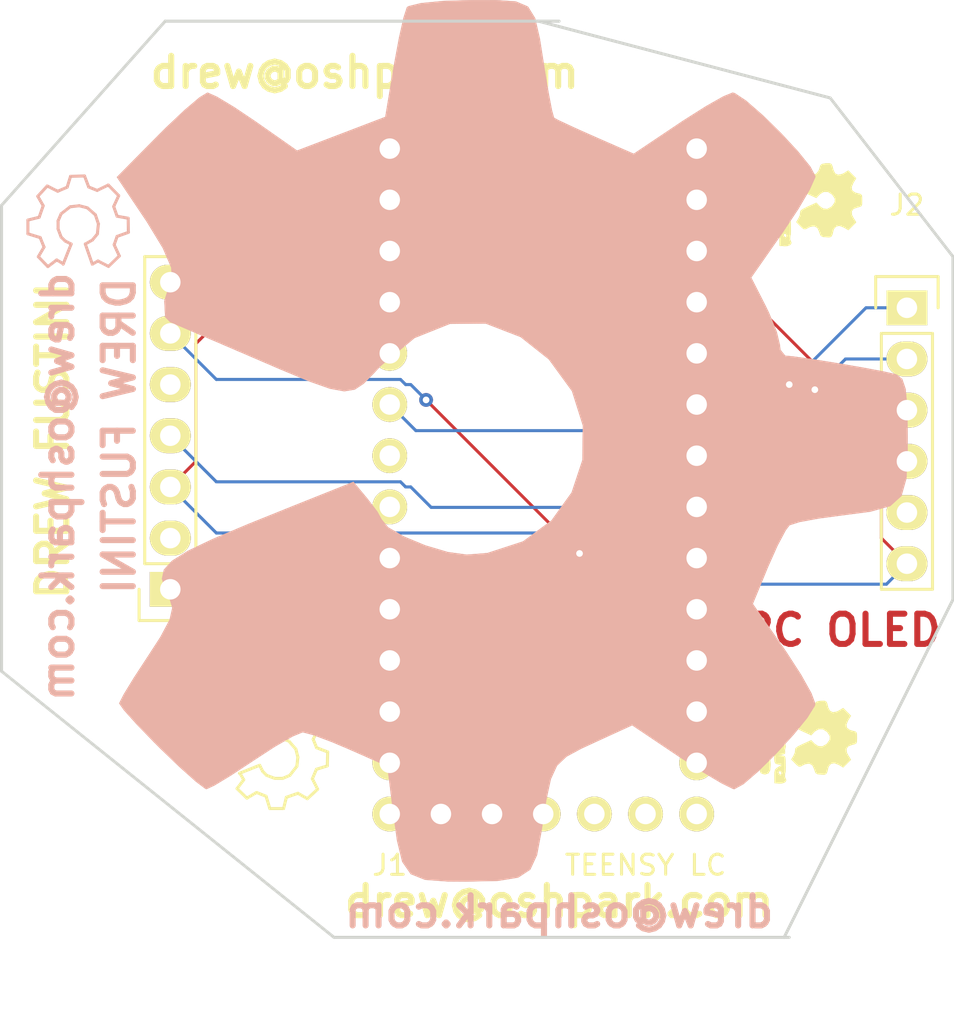
<source format=kicad_pcb>
(kicad_pcb (version 4) (host pcbnew 4.0.2-1.fc23-product)

  (general
    (links 0)
    (no_connects 0)
    (area 123.622999 54.534999 171.017001 100.151001)
    (thickness 1.6)
    (drawings 29)
    (tracks 59)
    (zones 0)
    (modules 15)
    (nets 38)
  )

  (page A4)
  (layers
    (0 F.Cu signal)
    (31 B.Cu signal)
    (32 B.Adhes user)
    (33 F.Adhes user)
    (34 B.Paste user)
    (35 F.Paste user hide)
    (36 B.SilkS user)
    (37 F.SilkS user)
    (38 B.Mask user)
    (39 F.Mask user)
    (40 Dwgs.User user hide)
    (41 Cmts.User user hide)
    (42 Eco1.User user hide)
    (43 Eco2.User user hide)
    (44 Edge.Cuts user)
    (45 Margin user hide)
    (46 B.CrtYd user hide)
    (47 F.CrtYd user hide)
    (48 B.Fab user hide)
    (49 F.Fab user hide)
  )

  (setup
    (last_trace_width 0.1524)
    (trace_clearance 0.1524)
    (zone_clearance 0.508)
    (zone_45_only no)
    (trace_min 0.1524)
    (segment_width 0.2)
    (edge_width 0.15)
    (via_size 0.6858)
    (via_drill 0.3302)
    (via_min_size 0.6858)
    (via_min_drill 0.3302)
    (uvia_size 0.3)
    (uvia_drill 0.1)
    (uvias_allowed no)
    (uvia_min_size 0)
    (uvia_min_drill 0)
    (pcb_text_width 0.3)
    (pcb_text_size 1.5 1.5)
    (mod_edge_width 0.15)
    (mod_text_size 1 1)
    (mod_text_width 0.15)
    (pad_size 1.524 1.524)
    (pad_drill 0.762)
    (pad_to_mask_clearance 0.2)
    (aux_axis_origin 0 0)
    (visible_elements FFFFE77F)
    (pcbplotparams
      (layerselection 0x00030_80000001)
      (usegerberextensions false)
      (excludeedgelayer true)
      (linewidth 0.100000)
      (plotframeref false)
      (viasonmask false)
      (mode 1)
      (useauxorigin false)
      (hpglpennumber 1)
      (hpglpenspeed 20)
      (hpglpendiameter 15)
      (hpglpenoverlay 2)
      (psnegative false)
      (psa4output false)
      (plotreference true)
      (plotvalue true)
      (plotinvisibletext false)
      (padsonsilk false)
      (subtractmaskfromsilk false)
      (outputformat 1)
      (mirror false)
      (drillshape 1)
      (scaleselection 1)
      (outputdirectory ""))
  )

  (net 0 "")
  (net 1 "Net-(J1-Pad0)")
  (net 2 "Net-(J1-Pad1)")
  (net 3 "Net-(J1-Pad2)")
  (net 4 "Net-(J1-Pad3)")
  (net 5 "Net-(J1-Pad5)")
  (net 6 "Net-(J1-Pad6)")
  (net 7 "Net-(J1-Pad7)")
  (net 8 "Net-(J1-Pad8)")
  (net 9 "Net-(J1-Pad17A)")
  (net 10 "Net-(J1-Pad3V1)")
  (net 11 "Net-(J1-PadG2)")
  (net 12 "Net-(J1-PadPGM)")
  (net 13 "Net-(J1-PadDAC)")
  (net 14 "Net-(J1-Pad16)")
  (net 15 "Net-(J1-Pad17)")
  (net 16 "Net-(J1-PadG3)")
  (net 17 "Net-(J1-Pad22)")
  (net 18 "Net-(J1-PadVIN)")
  (net 19 "Net-(J1-Pad21)")
  (net 20 "Net-(J1-Pad20)")
  (net 21 "Net-(J1-Pad23)")
  (net 22 "Net-(J1-Pad14)")
  (net 23 "Net-(J1-Pad15)")
  (net 24 /CS)
  (net 25 /RST)
  (net 26 /GND)
  (net 27 "Net-(J1-Pad9)")
  (net 28 "Net-(J1-Pad10)")
  (net 29 "Net-(J1-Pad11)")
  (net 30 "Net-(J1-Pad12)")
  (net 31 "Net-(J1-Pad13)")
  (net 32 /SDA)
  (net 33 /3.3V)
  (net 34 /VIN)
  (net 35 /SCK)
  (net 36 /3V0)
  (net 37 /SDO)

  (net_class Default "This is the default net class."
    (clearance 0.1524)
    (trace_width 0.1524)
    (via_dia 0.6858)
    (via_drill 0.3302)
    (uvia_dia 0.3)
    (uvia_drill 0.1)
    (add_net /3.3V)
    (add_net /3V0)
    (add_net /CS)
    (add_net /GND)
    (add_net /RST)
    (add_net /SCK)
    (add_net /SDA)
    (add_net /SDO)
    (add_net /VIN)
    (add_net "Net-(J1-Pad0)")
    (add_net "Net-(J1-Pad1)")
    (add_net "Net-(J1-Pad10)")
    (add_net "Net-(J1-Pad11)")
    (add_net "Net-(J1-Pad12)")
    (add_net "Net-(J1-Pad13)")
    (add_net "Net-(J1-Pad14)")
    (add_net "Net-(J1-Pad15)")
    (add_net "Net-(J1-Pad16)")
    (add_net "Net-(J1-Pad17)")
    (add_net "Net-(J1-Pad17A)")
    (add_net "Net-(J1-Pad2)")
    (add_net "Net-(J1-Pad20)")
    (add_net "Net-(J1-Pad21)")
    (add_net "Net-(J1-Pad22)")
    (add_net "Net-(J1-Pad23)")
    (add_net "Net-(J1-Pad3)")
    (add_net "Net-(J1-Pad3V1)")
    (add_net "Net-(J1-Pad5)")
    (add_net "Net-(J1-Pad6)")
    (add_net "Net-(J1-Pad7)")
    (add_net "Net-(J1-Pad8)")
    (add_net "Net-(J1-Pad9)")
    (add_net "Net-(J1-PadDAC)")
    (add_net "Net-(J1-PadG2)")
    (add_net "Net-(J1-PadG3)")
    (add_net "Net-(J1-PadPGM)")
    (add_net "Net-(J1-PadVIN)")
  )

  (module CHIP-DIPs:Symbol_OSHW-Logo_SilkScreen (layer B.Cu) (tedit 572EAEC9) (tstamp 5772915E)
    (at 127.508 64.77 180)
    (descr "Symbol, OSHW-Logo, Silk Screen,")
    (tags "Symbol, OSHW-Logo, Silk Screen,")
    (fp_text reference REF** (at 0.09906 4.38912 180) (layer B.SilkS) hide
      (effects (font (size 1 1) (thickness 0.15)) (justify mirror))
    )
    (fp_text value Symbol_OSHW-Logo_SilkScreen (at 0.30988 -6.56082 180) (layer B.Fab) hide
      (effects (font (size 1 1) (thickness 0.15)) (justify mirror))
    )
    (fp_line (start -1.78054 -0.92964) (end -2.03962 -1.49098) (layer B.SilkS) (width 0.15))
    (fp_line (start -2.03962 -1.49098) (end -1.50114 -2.00914) (layer B.SilkS) (width 0.15))
    (fp_line (start -1.50114 -2.00914) (end -0.98044 -1.7399) (layer B.SilkS) (width 0.15))
    (fp_line (start -0.98044 -1.7399) (end -0.70104 -1.89992) (layer B.SilkS) (width 0.15))
    (fp_line (start 0.73914 -1.8796) (end 1.06934 -1.6891) (layer B.SilkS) (width 0.15))
    (fp_line (start 1.06934 -1.6891) (end 1.50876 -2.0193) (layer B.SilkS) (width 0.15))
    (fp_line (start 1.50876 -2.0193) (end 1.9812 -1.52908) (layer B.SilkS) (width 0.15))
    (fp_line (start 1.9812 -1.52908) (end 1.69926 -1.04902) (layer B.SilkS) (width 0.15))
    (fp_line (start 1.69926 -1.04902) (end 1.88976 -0.57912) (layer B.SilkS) (width 0.15))
    (fp_line (start 1.88976 -0.57912) (end 2.49936 -0.39116) (layer B.SilkS) (width 0.15))
    (fp_line (start 2.49936 -0.39116) (end 2.49936 0.28956) (layer B.SilkS) (width 0.15))
    (fp_line (start 2.49936 0.28956) (end 1.94056 0.42926) (layer B.SilkS) (width 0.15))
    (fp_line (start 1.94056 0.42926) (end 1.7399 1.00076) (layer B.SilkS) (width 0.15))
    (fp_line (start 1.7399 1.00076) (end 2.00914 1.47066) (layer B.SilkS) (width 0.15))
    (fp_line (start 2.00914 1.47066) (end 1.53924 1.9812) (layer B.SilkS) (width 0.15))
    (fp_line (start 1.53924 1.9812) (end 1.02108 1.71958) (layer B.SilkS) (width 0.15))
    (fp_line (start 1.02108 1.71958) (end 0.55118 1.92024) (layer B.SilkS) (width 0.15))
    (fp_line (start 0.55118 1.92024) (end 0.381 2.46126) (layer B.SilkS) (width 0.15))
    (fp_line (start 0.381 2.46126) (end -0.30988 2.47904) (layer B.SilkS) (width 0.15))
    (fp_line (start -0.30988 2.47904) (end -0.5207 1.9304) (layer B.SilkS) (width 0.15))
    (fp_line (start -0.5207 1.9304) (end -0.9398 1.76022) (layer B.SilkS) (width 0.15))
    (fp_line (start -0.9398 1.76022) (end -1.49098 2.02946) (layer B.SilkS) (width 0.15))
    (fp_line (start -1.49098 2.02946) (end -2.00914 1.50114) (layer B.SilkS) (width 0.15))
    (fp_line (start -2.00914 1.50114) (end -1.76022 0.96012) (layer B.SilkS) (width 0.15))
    (fp_line (start -1.76022 0.96012) (end -1.9304 0.48006) (layer B.SilkS) (width 0.15))
    (fp_line (start -1.9304 0.48006) (end -2.47904 0.381) (layer B.SilkS) (width 0.15))
    (fp_line (start -2.47904 0.381) (end -2.4892 -0.32004) (layer B.SilkS) (width 0.15))
    (fp_line (start -2.4892 -0.32004) (end -1.9304 -0.5207) (layer B.SilkS) (width 0.15))
    (fp_line (start -1.9304 -0.5207) (end -1.7907 -0.91948) (layer B.SilkS) (width 0.15))
    (fp_line (start 0.35052 -0.89916) (end 0.65024 -0.7493) (layer B.SilkS) (width 0.15))
    (fp_line (start 0.65024 -0.7493) (end 0.8509 -0.55118) (layer B.SilkS) (width 0.15))
    (fp_line (start 0.8509 -0.55118) (end 1.00076 -0.14986) (layer B.SilkS) (width 0.15))
    (fp_line (start 1.00076 -0.14986) (end 1.00076 0.24892) (layer B.SilkS) (width 0.15))
    (fp_line (start 1.00076 0.24892) (end 0.8509 0.59944) (layer B.SilkS) (width 0.15))
    (fp_line (start 0.8509 0.59944) (end 0.39878 0.94996) (layer B.SilkS) (width 0.15))
    (fp_line (start 0.39878 0.94996) (end -0.0508 1.00076) (layer B.SilkS) (width 0.15))
    (fp_line (start -0.0508 1.00076) (end -0.44958 0.89916) (layer B.SilkS) (width 0.15))
    (fp_line (start -0.44958 0.89916) (end -0.8509 0.55118) (layer B.SilkS) (width 0.15))
    (fp_line (start -0.8509 0.55118) (end -1.00076 0.09906) (layer B.SilkS) (width 0.15))
    (fp_line (start -1.00076 0.09906) (end -0.94996 -0.39878) (layer B.SilkS) (width 0.15))
    (fp_line (start -0.94996 -0.39878) (end -0.70104 -0.70104) (layer B.SilkS) (width 0.15))
    (fp_line (start -0.70104 -0.70104) (end -0.35052 -0.89916) (layer B.SilkS) (width 0.15))
    (fp_line (start -0.35052 -0.89916) (end -0.70104 -1.89992) (layer B.SilkS) (width 0.15))
    (fp_line (start 0.35052 -0.89916) (end 0.7493 -1.89992) (layer B.SilkS) (width 0.15))
  )

  (module Wickerlib:TEENSY-LC (layer F.Cu) (tedit 57379CE3) (tstamp 577135A0)
    (at 153.136601 71.094601)
    (path /573A858B)
    (fp_text reference J1 (at -10.16 25.4 180) (layer F.SilkS)
      (effects (font (size 1 1) (thickness 0.15)))
    )
    (fp_text value TEENSY-LC (at -2.54 20.32 180) (layer F.Fab)
      (effects (font (size 1 1) (thickness 0.15)))
    )
    (fp_text user "TEENSY LC" (at 2.54 25.4) (layer F.SilkS)
      (effects (font (size 1 1) (thickness 0.15)))
    )
    (fp_line (start -11.43 24.13) (end 6.35 24.13) (layer F.CrtYd) (width 0.1524))
    (fp_line (start -11.43 -11.43) (end -11.43 24.13) (layer F.CrtYd) (width 0.1524))
    (fp_line (start 6.35 -11.43) (end -11.43 -11.43) (layer F.CrtYd) (width 0.1524))
    (fp_line (start 6.35 24.13) (end 6.35 -11.43) (layer F.CrtYd) (width 0.1524))
    (pad G1 thru_hole circle (at -10.16 -10.16) (size 1.7272 1.7272) (drill 1.016) (layers *.Cu *.Mask F.SilkS)
      (net 26 /GND))
    (pad 0 thru_hole circle (at -10.16 -7.62) (size 1.7272 1.7272) (drill 1.016) (layers *.Cu *.Mask F.SilkS)
      (net 1 "Net-(J1-Pad0)"))
    (pad 1 thru_hole circle (at -10.16 -5.08) (size 1.7272 1.7272) (drill 1.016) (layers *.Cu *.Mask F.SilkS)
      (net 2 "Net-(J1-Pad1)"))
    (pad 2 thru_hole circle (at -10.16 -2.54) (size 1.7272 1.7272) (drill 1.016) (layers *.Cu *.Mask F.SilkS)
      (net 3 "Net-(J1-Pad2)"))
    (pad 3 thru_hole circle (at -10.16 0) (size 1.7272 1.7272) (drill 1.016) (layers *.Cu *.Mask F.SilkS)
      (net 4 "Net-(J1-Pad3)"))
    (pad 4 thru_hole circle (at -10.16 2.54) (size 1.7272 1.7272) (drill 1.016) (layers *.Cu *.Mask F.SilkS)
      (net 25 /RST))
    (pad 5 thru_hole circle (at -10.16 5.08) (size 1.7272 1.7272) (drill 1.016) (layers *.Cu *.Mask F.SilkS)
      (net 5 "Net-(J1-Pad5)"))
    (pad 6 thru_hole circle (at -10.16 7.62) (size 1.7272 1.7272) (drill 1.016) (layers *.Cu *.Mask F.SilkS)
      (net 6 "Net-(J1-Pad6)"))
    (pad 7 thru_hole circle (at -10.16 10.16) (size 1.7272 1.7272) (drill 1.016) (layers *.Cu *.Mask F.SilkS)
      (net 7 "Net-(J1-Pad7)"))
    (pad 8 thru_hole circle (at -10.16 12.7) (size 1.7272 1.7272) (drill 1.016) (layers *.Cu *.Mask F.SilkS)
      (net 8 "Net-(J1-Pad8)"))
    (pad 9 thru_hole circle (at -10.16 15.24) (size 1.7272 1.7272) (drill 1.016) (layers *.Cu *.Mask F.SilkS)
      (net 27 "Net-(J1-Pad9)"))
    (pad 10 thru_hole circle (at -10.16 17.78) (size 1.7272 1.7272) (drill 1.016) (layers *.Cu *.Mask F.SilkS)
      (net 28 "Net-(J1-Pad10)"))
    (pad 11 thru_hole circle (at -10.16 20.32) (size 1.7272 1.7272) (drill 1.016) (layers *.Cu *.Mask F.SilkS)
      (net 29 "Net-(J1-Pad11)"))
    (pad 12 thru_hole circle (at -10.16 22.86) (size 1.7272 1.7272) (drill 1.016) (layers *.Cu *.Mask F.SilkS)
      (net 30 "Net-(J1-Pad12)"))
    (pad 17A thru_hole circle (at -7.62 22.86) (size 1.7272 1.7272) (drill 1.016) (layers *.Cu *.Mask F.SilkS)
      (net 9 "Net-(J1-Pad17A)"))
    (pad 3V1 thru_hole circle (at -5.08 22.86) (size 1.7272 1.7272) (drill 1.016) (layers *.Cu *.Mask F.SilkS)
      (net 10 "Net-(J1-Pad3V1)"))
    (pad G2 thru_hole circle (at -2.54 22.86) (size 1.7272 1.7272) (drill 1.016) (layers *.Cu *.Mask F.SilkS)
      (net 11 "Net-(J1-PadG2)"))
    (pad PGM thru_hole circle (at 0 22.86) (size 1.7272 1.7272) (drill 1.016) (layers *.Cu *.Mask F.SilkS)
      (net 12 "Net-(J1-PadPGM)"))
    (pad DAC thru_hole circle (at 2.54 22.86) (size 1.7272 1.7272) (drill 1.016) (layers *.Cu *.Mask F.SilkS)
      (net 13 "Net-(J1-PadDAC)"))
    (pad 13 thru_hole circle (at 5.08 22.86) (size 1.7272 1.7272) (drill 1.016) (layers *.Cu *.Mask F.SilkS)
      (net 31 "Net-(J1-Pad13)"))
    (pad 16 thru_hole circle (at 5.08 15.24) (size 1.7272 1.7272) (drill 1.016) (layers *.Cu *.Mask F.SilkS)
      (net 14 "Net-(J1-Pad16)"))
    (pad 3V2 thru_hole circle (at 5.08 -5.08) (size 1.7272 1.7272) (drill 1.016) (layers *.Cu *.Mask F.SilkS)
      (net 34 /VIN))
    (pad 18 thru_hole circle (at 5.08 10.16) (size 1.7272 1.7272) (drill 1.016) (layers *.Cu *.Mask F.SilkS)
      (net 32 /SDA))
    (pad 17 thru_hole circle (at 5.08 12.7) (size 1.7272 1.7272) (drill 1.016) (layers *.Cu *.Mask F.SilkS)
      (net 15 "Net-(J1-Pad17)"))
    (pad G3 thru_hole circle (at 5.08 -7.62) (size 1.7272 1.7272) (drill 1.016) (layers *.Cu *.Mask F.SilkS)
      (net 16 "Net-(J1-PadG3)"))
    (pad 22 thru_hole circle (at 5.08 0) (size 1.7272 1.7272) (drill 1.016) (layers *.Cu *.Mask F.SilkS)
      (net 17 "Net-(J1-Pad22)"))
    (pad VIN thru_hole circle (at 5.08 -10.16) (size 1.7272 1.7272) (drill 1.016) (layers *.Cu *.Mask F.SilkS)
      (net 18 "Net-(J1-PadVIN)"))
    (pad 21 thru_hole circle (at 5.08 2.54) (size 1.7272 1.7272) (drill 1.016) (layers *.Cu *.Mask F.SilkS)
      (net 19 "Net-(J1-Pad21)"))
    (pad 20 thru_hole circle (at 5.08 5.08) (size 1.7272 1.7272) (drill 1.016) (layers *.Cu *.Mask F.SilkS)
      (net 20 "Net-(J1-Pad20)"))
    (pad 19 thru_hole circle (at 5.08 7.62) (size 1.7272 1.7272) (drill 1.016) (layers *.Cu *.Mask F.SilkS)
      (net 35 /SCK))
    (pad 23 thru_hole circle (at 5.08 -2.54) (size 1.7272 1.7272) (drill 1.016) (layers *.Cu *.Mask F.SilkS)
      (net 21 "Net-(J1-Pad23)"))
    (pad 14 thru_hole circle (at 5.08 20.32) (size 1.7272 1.7272) (drill 1.016) (layers *.Cu *.Mask F.SilkS)
      (net 22 "Net-(J1-Pad14)"))
    (pad 15 thru_hole circle (at 5.08 17.78) (size 1.7272 1.7272) (drill 1.016) (layers *.Cu *.Mask F.SilkS)
      (net 23 "Net-(J1-Pad15)"))
  )

  (module Wickerlib:Pin_Header_Straight_1x06 (layer F.Cu) (tedit 0) (tstamp 577135AA)
    (at 168.656 68.834)
    (descr "Through hole pin header")
    (tags "pin header")
    (path /57712F77)
    (fp_text reference J2 (at 0 -5.1) (layer F.SilkS)
      (effects (font (size 1 1) (thickness 0.15)))
    )
    (fp_text value OLED-I2C (at 0 -3.1) (layer F.Fab)
      (effects (font (size 1 1) (thickness 0.15)))
    )
    (fp_line (start -1.75 -1.75) (end -1.75 14.45) (layer F.CrtYd) (width 0.05))
    (fp_line (start 1.75 -1.75) (end 1.75 14.45) (layer F.CrtYd) (width 0.05))
    (fp_line (start -1.75 -1.75) (end 1.75 -1.75) (layer F.CrtYd) (width 0.05))
    (fp_line (start -1.75 14.45) (end 1.75 14.45) (layer F.CrtYd) (width 0.05))
    (fp_line (start 1.27 1.27) (end 1.27 13.97) (layer F.SilkS) (width 0.15))
    (fp_line (start 1.27 13.97) (end -1.27 13.97) (layer F.SilkS) (width 0.15))
    (fp_line (start -1.27 13.97) (end -1.27 1.27) (layer F.SilkS) (width 0.15))
    (fp_line (start 1.55 -1.55) (end 1.55 0) (layer F.SilkS) (width 0.15))
    (fp_line (start 1.27 1.27) (end -1.27 1.27) (layer F.SilkS) (width 0.15))
    (fp_line (start -1.55 0) (end -1.55 -1.55) (layer F.SilkS) (width 0.15))
    (fp_line (start -1.55 -1.55) (end 1.55 -1.55) (layer F.SilkS) (width 0.15))
    (pad 1 thru_hole rect (at 0 0) (size 2.032 1.7272) (drill 1.016) (layers *.Cu *.Mask F.SilkS)
      (net 32 /SDA))
    (pad 2 thru_hole oval (at 0 2.54) (size 2.032 1.7272) (drill 1.016) (layers *.Cu *.Mask F.SilkS)
      (net 35 /SCK))
    (pad 3 thru_hole oval (at 0 5.08) (size 2.032 1.7272) (drill 1.016) (layers *.Cu *.Mask F.SilkS)
      (net 25 /RST))
    (pad 4 thru_hole oval (at 0 7.62) (size 2.032 1.7272) (drill 1.016) (layers *.Cu *.Mask F.SilkS)
      (net 26 /GND))
    (pad 5 thru_hole oval (at 0 10.16) (size 2.032 1.7272) (drill 1.016) (layers *.Cu *.Mask F.SilkS)
      (net 33 /3.3V))
    (pad 6 thru_hole oval (at 0 12.7) (size 2.032 1.7272) (drill 1.016) (layers *.Cu *.Mask F.SilkS)
      (net 34 /VIN))
    (model Pin_Headers.3dshapes/Pin_Header_Straight_1x06.wrl
      (at (xyz 0 -0.25 0))
      (scale (xyz 1 1 1))
      (rotate (xyz 0 0 90))
    )
  )

  (module Wickerlib:Pin_Header_Straight_1x07 (layer F.Cu) (tedit 0) (tstamp 577135B5)
    (at 132.08 82.804 180)
    (descr "Through hole pin header")
    (tags "pin header")
    (path /57713409)
    (fp_text reference J3 (at 0 -5.1 180) (layer F.SilkS)
      (effects (font (size 1 1) (thickness 0.15)))
    )
    (fp_text value ADAFRUIT_BME280 (at 0 -3.1 180) (layer F.Fab)
      (effects (font (size 1 1) (thickness 0.15)))
    )
    (fp_line (start -1.75 -1.75) (end -1.75 17) (layer F.CrtYd) (width 0.05))
    (fp_line (start 1.75 -1.75) (end 1.75 17) (layer F.CrtYd) (width 0.05))
    (fp_line (start -1.75 -1.75) (end 1.75 -1.75) (layer F.CrtYd) (width 0.05))
    (fp_line (start -1.75 17) (end 1.75 17) (layer F.CrtYd) (width 0.05))
    (fp_line (start 1.27 1.27) (end 1.27 16.51) (layer F.SilkS) (width 0.15))
    (fp_line (start 1.27 16.51) (end -1.27 16.51) (layer F.SilkS) (width 0.15))
    (fp_line (start -1.27 16.51) (end -1.27 1.27) (layer F.SilkS) (width 0.15))
    (fp_line (start 1.55 -1.55) (end 1.55 0) (layer F.SilkS) (width 0.15))
    (fp_line (start 1.27 1.27) (end -1.27 1.27) (layer F.SilkS) (width 0.15))
    (fp_line (start -1.55 0) (end -1.55 -1.55) (layer F.SilkS) (width 0.15))
    (fp_line (start -1.55 -1.55) (end 1.55 -1.55) (layer F.SilkS) (width 0.15))
    (pad 1 thru_hole rect (at 0 0 180) (size 2.032 1.7272) (drill 1.016) (layers *.Cu *.Mask F.SilkS)
      (net 34 /VIN))
    (pad 2 thru_hole oval (at 0 2.54 180) (size 2.032 1.7272) (drill 1.016) (layers *.Cu *.Mask F.SilkS)
      (net 36 /3V0))
    (pad 3 thru_hole oval (at 0 5.08 180) (size 2.032 1.7272) (drill 1.016) (layers *.Cu *.Mask F.SilkS)
      (net 26 /GND))
    (pad 4 thru_hole oval (at 0 7.62 180) (size 2.032 1.7272) (drill 1.016) (layers *.Cu *.Mask F.SilkS)
      (net 35 /SCK))
    (pad 5 thru_hole oval (at 0 10.16 180) (size 2.032 1.7272) (drill 1.016) (layers *.Cu *.Mask F.SilkS)
      (net 37 /SDO))
    (pad 6 thru_hole oval (at 0 12.7 180) (size 2.032 1.7272) (drill 1.016) (layers *.Cu *.Mask F.SilkS)
      (net 32 /SDA))
    (pad 7 thru_hole oval (at 0 15.24 180) (size 2.032 1.7272) (drill 1.016) (layers *.Cu *.Mask F.SilkS)
      (net 24 /CS))
    (model Pin_Headers.3dshapes/Pin_Header_Straight_1x07.wrl
      (at (xyz 0 -0.3 0))
      (scale (xyz 1 1 1))
      (rotate (xyz 0 0 90))
    )
  )

  (module CHIP-DIPs:Symbol_OSHW-Logo_SilkScreen (layer F.Cu) (tedit 572EAEC9) (tstamp 5771CAD7)
    (at 148.59 88.138 270)
    (descr "Symbol, OSHW-Logo, Silk Screen,")
    (tags "Symbol, OSHW-Logo, Silk Screen,")
    (fp_text reference REF** (at 0.09906 -4.38912 270) (layer F.SilkS) hide
      (effects (font (size 1 1) (thickness 0.15)))
    )
    (fp_text value Symbol_OSHW-Logo_SilkScreen (at 0.30988 6.56082 270) (layer F.Fab) hide
      (effects (font (size 1 1) (thickness 0.15)))
    )
    (fp_line (start -1.78054 0.92964) (end -2.03962 1.49098) (layer F.SilkS) (width 0.15))
    (fp_line (start -2.03962 1.49098) (end -1.50114 2.00914) (layer F.SilkS) (width 0.15))
    (fp_line (start -1.50114 2.00914) (end -0.98044 1.7399) (layer F.SilkS) (width 0.15))
    (fp_line (start -0.98044 1.7399) (end -0.70104 1.89992) (layer F.SilkS) (width 0.15))
    (fp_line (start 0.73914 1.8796) (end 1.06934 1.6891) (layer F.SilkS) (width 0.15))
    (fp_line (start 1.06934 1.6891) (end 1.50876 2.0193) (layer F.SilkS) (width 0.15))
    (fp_line (start 1.50876 2.0193) (end 1.9812 1.52908) (layer F.SilkS) (width 0.15))
    (fp_line (start 1.9812 1.52908) (end 1.69926 1.04902) (layer F.SilkS) (width 0.15))
    (fp_line (start 1.69926 1.04902) (end 1.88976 0.57912) (layer F.SilkS) (width 0.15))
    (fp_line (start 1.88976 0.57912) (end 2.49936 0.39116) (layer F.SilkS) (width 0.15))
    (fp_line (start 2.49936 0.39116) (end 2.49936 -0.28956) (layer F.SilkS) (width 0.15))
    (fp_line (start 2.49936 -0.28956) (end 1.94056 -0.42926) (layer F.SilkS) (width 0.15))
    (fp_line (start 1.94056 -0.42926) (end 1.7399 -1.00076) (layer F.SilkS) (width 0.15))
    (fp_line (start 1.7399 -1.00076) (end 2.00914 -1.47066) (layer F.SilkS) (width 0.15))
    (fp_line (start 2.00914 -1.47066) (end 1.53924 -1.9812) (layer F.SilkS) (width 0.15))
    (fp_line (start 1.53924 -1.9812) (end 1.02108 -1.71958) (layer F.SilkS) (width 0.15))
    (fp_line (start 1.02108 -1.71958) (end 0.55118 -1.92024) (layer F.SilkS) (width 0.15))
    (fp_line (start 0.55118 -1.92024) (end 0.381 -2.46126) (layer F.SilkS) (width 0.15))
    (fp_line (start 0.381 -2.46126) (end -0.30988 -2.47904) (layer F.SilkS) (width 0.15))
    (fp_line (start -0.30988 -2.47904) (end -0.5207 -1.9304) (layer F.SilkS) (width 0.15))
    (fp_line (start -0.5207 -1.9304) (end -0.9398 -1.76022) (layer F.SilkS) (width 0.15))
    (fp_line (start -0.9398 -1.76022) (end -1.49098 -2.02946) (layer F.SilkS) (width 0.15))
    (fp_line (start -1.49098 -2.02946) (end -2.00914 -1.50114) (layer F.SilkS) (width 0.15))
    (fp_line (start -2.00914 -1.50114) (end -1.76022 -0.96012) (layer F.SilkS) (width 0.15))
    (fp_line (start -1.76022 -0.96012) (end -1.9304 -0.48006) (layer F.SilkS) (width 0.15))
    (fp_line (start -1.9304 -0.48006) (end -2.47904 -0.381) (layer F.SilkS) (width 0.15))
    (fp_line (start -2.47904 -0.381) (end -2.4892 0.32004) (layer F.SilkS) (width 0.15))
    (fp_line (start -2.4892 0.32004) (end -1.9304 0.5207) (layer F.SilkS) (width 0.15))
    (fp_line (start -1.9304 0.5207) (end -1.7907 0.91948) (layer F.SilkS) (width 0.15))
    (fp_line (start 0.35052 0.89916) (end 0.65024 0.7493) (layer F.SilkS) (width 0.15))
    (fp_line (start 0.65024 0.7493) (end 0.8509 0.55118) (layer F.SilkS) (width 0.15))
    (fp_line (start 0.8509 0.55118) (end 1.00076 0.14986) (layer F.SilkS) (width 0.15))
    (fp_line (start 1.00076 0.14986) (end 1.00076 -0.24892) (layer F.SilkS) (width 0.15))
    (fp_line (start 1.00076 -0.24892) (end 0.8509 -0.59944) (layer F.SilkS) (width 0.15))
    (fp_line (start 0.8509 -0.59944) (end 0.39878 -0.94996) (layer F.SilkS) (width 0.15))
    (fp_line (start 0.39878 -0.94996) (end -0.0508 -1.00076) (layer F.SilkS) (width 0.15))
    (fp_line (start -0.0508 -1.00076) (end -0.44958 -0.89916) (layer F.SilkS) (width 0.15))
    (fp_line (start -0.44958 -0.89916) (end -0.8509 -0.55118) (layer F.SilkS) (width 0.15))
    (fp_line (start -0.8509 -0.55118) (end -1.00076 -0.09906) (layer F.SilkS) (width 0.15))
    (fp_line (start -1.00076 -0.09906) (end -0.94996 0.39878) (layer F.SilkS) (width 0.15))
    (fp_line (start -0.94996 0.39878) (end -0.70104 0.70104) (layer F.SilkS) (width 0.15))
    (fp_line (start -0.70104 0.70104) (end -0.35052 0.89916) (layer F.SilkS) (width 0.15))
    (fp_line (start -0.35052 0.89916) (end -0.70104 1.89992) (layer F.SilkS) (width 0.15))
    (fp_line (start 0.35052 0.89916) (end 0.7493 1.89992) (layer F.SilkS) (width 0.15))
  )

  (module CHIP-DIPs:Symbol_OSHW-Logo_SilkScreen (layer F.Cu) (tedit 572EAEC9) (tstamp 5771CAD8)
    (at 148.59 88.138 270)
    (descr "Symbol, OSHW-Logo, Silk Screen,")
    (tags "Symbol, OSHW-Logo, Silk Screen,")
    (fp_text reference REF** (at 0.09906 -4.38912 270) (layer F.SilkS) hide
      (effects (font (size 1 1) (thickness 0.15)))
    )
    (fp_text value Symbol_OSHW-Logo_SilkScreen (at 0.30988 6.56082 270) (layer F.Fab) hide
      (effects (font (size 1 1) (thickness 0.15)))
    )
    (fp_line (start -1.78054 0.92964) (end -2.03962 1.49098) (layer F.SilkS) (width 0.15))
    (fp_line (start -2.03962 1.49098) (end -1.50114 2.00914) (layer F.SilkS) (width 0.15))
    (fp_line (start -1.50114 2.00914) (end -0.98044 1.7399) (layer F.SilkS) (width 0.15))
    (fp_line (start -0.98044 1.7399) (end -0.70104 1.89992) (layer F.SilkS) (width 0.15))
    (fp_line (start 0.73914 1.8796) (end 1.06934 1.6891) (layer F.SilkS) (width 0.15))
    (fp_line (start 1.06934 1.6891) (end 1.50876 2.0193) (layer F.SilkS) (width 0.15))
    (fp_line (start 1.50876 2.0193) (end 1.9812 1.52908) (layer F.SilkS) (width 0.15))
    (fp_line (start 1.9812 1.52908) (end 1.69926 1.04902) (layer F.SilkS) (width 0.15))
    (fp_line (start 1.69926 1.04902) (end 1.88976 0.57912) (layer F.SilkS) (width 0.15))
    (fp_line (start 1.88976 0.57912) (end 2.49936 0.39116) (layer F.SilkS) (width 0.15))
    (fp_line (start 2.49936 0.39116) (end 2.49936 -0.28956) (layer F.SilkS) (width 0.15))
    (fp_line (start 2.49936 -0.28956) (end 1.94056 -0.42926) (layer F.SilkS) (width 0.15))
    (fp_line (start 1.94056 -0.42926) (end 1.7399 -1.00076) (layer F.SilkS) (width 0.15))
    (fp_line (start 1.7399 -1.00076) (end 2.00914 -1.47066) (layer F.SilkS) (width 0.15))
    (fp_line (start 2.00914 -1.47066) (end 1.53924 -1.9812) (layer F.SilkS) (width 0.15))
    (fp_line (start 1.53924 -1.9812) (end 1.02108 -1.71958) (layer F.SilkS) (width 0.15))
    (fp_line (start 1.02108 -1.71958) (end 0.55118 -1.92024) (layer F.SilkS) (width 0.15))
    (fp_line (start 0.55118 -1.92024) (end 0.381 -2.46126) (layer F.SilkS) (width 0.15))
    (fp_line (start 0.381 -2.46126) (end -0.30988 -2.47904) (layer F.SilkS) (width 0.15))
    (fp_line (start -0.30988 -2.47904) (end -0.5207 -1.9304) (layer F.SilkS) (width 0.15))
    (fp_line (start -0.5207 -1.9304) (end -0.9398 -1.76022) (layer F.SilkS) (width 0.15))
    (fp_line (start -0.9398 -1.76022) (end -1.49098 -2.02946) (layer F.SilkS) (width 0.15))
    (fp_line (start -1.49098 -2.02946) (end -2.00914 -1.50114) (layer F.SilkS) (width 0.15))
    (fp_line (start -2.00914 -1.50114) (end -1.76022 -0.96012) (layer F.SilkS) (width 0.15))
    (fp_line (start -1.76022 -0.96012) (end -1.9304 -0.48006) (layer F.SilkS) (width 0.15))
    (fp_line (start -1.9304 -0.48006) (end -2.47904 -0.381) (layer F.SilkS) (width 0.15))
    (fp_line (start -2.47904 -0.381) (end -2.4892 0.32004) (layer F.SilkS) (width 0.15))
    (fp_line (start -2.4892 0.32004) (end -1.9304 0.5207) (layer F.SilkS) (width 0.15))
    (fp_line (start -1.9304 0.5207) (end -1.7907 0.91948) (layer F.SilkS) (width 0.15))
    (fp_line (start 0.35052 0.89916) (end 0.65024 0.7493) (layer F.SilkS) (width 0.15))
    (fp_line (start 0.65024 0.7493) (end 0.8509 0.55118) (layer F.SilkS) (width 0.15))
    (fp_line (start 0.8509 0.55118) (end 1.00076 0.14986) (layer F.SilkS) (width 0.15))
    (fp_line (start 1.00076 0.14986) (end 1.00076 -0.24892) (layer F.SilkS) (width 0.15))
    (fp_line (start 1.00076 -0.24892) (end 0.8509 -0.59944) (layer F.SilkS) (width 0.15))
    (fp_line (start 0.8509 -0.59944) (end 0.39878 -0.94996) (layer F.SilkS) (width 0.15))
    (fp_line (start 0.39878 -0.94996) (end -0.0508 -1.00076) (layer F.SilkS) (width 0.15))
    (fp_line (start -0.0508 -1.00076) (end -0.44958 -0.89916) (layer F.SilkS) (width 0.15))
    (fp_line (start -0.44958 -0.89916) (end -0.8509 -0.55118) (layer F.SilkS) (width 0.15))
    (fp_line (start -0.8509 -0.55118) (end -1.00076 -0.09906) (layer F.SilkS) (width 0.15))
    (fp_line (start -1.00076 -0.09906) (end -0.94996 0.39878) (layer F.SilkS) (width 0.15))
    (fp_line (start -0.94996 0.39878) (end -0.70104 0.70104) (layer F.SilkS) (width 0.15))
    (fp_line (start -0.70104 0.70104) (end -0.35052 0.89916) (layer F.SilkS) (width 0.15))
    (fp_line (start -0.35052 0.89916) (end -0.70104 1.89992) (layer F.SilkS) (width 0.15))
    (fp_line (start 0.35052 0.89916) (end 0.7493 1.89992) (layer F.SilkS) (width 0.15))
  )

  (module CHIP-DIPs:Symbol_OSHW-Logo_SilkScreen (layer F.Cu) (tedit 572EAEC9) (tstamp 5771CAD9)
    (at 148.59 88.138 270)
    (descr "Symbol, OSHW-Logo, Silk Screen,")
    (tags "Symbol, OSHW-Logo, Silk Screen,")
    (fp_text reference REF** (at 0.09906 -4.38912 270) (layer F.SilkS) hide
      (effects (font (size 1 1) (thickness 0.15)))
    )
    (fp_text value Symbol_OSHW-Logo_SilkScreen (at 0.30988 6.56082 270) (layer F.Fab) hide
      (effects (font (size 1 1) (thickness 0.15)))
    )
    (fp_line (start -1.78054 0.92964) (end -2.03962 1.49098) (layer F.SilkS) (width 0.15))
    (fp_line (start -2.03962 1.49098) (end -1.50114 2.00914) (layer F.SilkS) (width 0.15))
    (fp_line (start -1.50114 2.00914) (end -0.98044 1.7399) (layer F.SilkS) (width 0.15))
    (fp_line (start -0.98044 1.7399) (end -0.70104 1.89992) (layer F.SilkS) (width 0.15))
    (fp_line (start 0.73914 1.8796) (end 1.06934 1.6891) (layer F.SilkS) (width 0.15))
    (fp_line (start 1.06934 1.6891) (end 1.50876 2.0193) (layer F.SilkS) (width 0.15))
    (fp_line (start 1.50876 2.0193) (end 1.9812 1.52908) (layer F.SilkS) (width 0.15))
    (fp_line (start 1.9812 1.52908) (end 1.69926 1.04902) (layer F.SilkS) (width 0.15))
    (fp_line (start 1.69926 1.04902) (end 1.88976 0.57912) (layer F.SilkS) (width 0.15))
    (fp_line (start 1.88976 0.57912) (end 2.49936 0.39116) (layer F.SilkS) (width 0.15))
    (fp_line (start 2.49936 0.39116) (end 2.49936 -0.28956) (layer F.SilkS) (width 0.15))
    (fp_line (start 2.49936 -0.28956) (end 1.94056 -0.42926) (layer F.SilkS) (width 0.15))
    (fp_line (start 1.94056 -0.42926) (end 1.7399 -1.00076) (layer F.SilkS) (width 0.15))
    (fp_line (start 1.7399 -1.00076) (end 2.00914 -1.47066) (layer F.SilkS) (width 0.15))
    (fp_line (start 2.00914 -1.47066) (end 1.53924 -1.9812) (layer F.SilkS) (width 0.15))
    (fp_line (start 1.53924 -1.9812) (end 1.02108 -1.71958) (layer F.SilkS) (width 0.15))
    (fp_line (start 1.02108 -1.71958) (end 0.55118 -1.92024) (layer F.SilkS) (width 0.15))
    (fp_line (start 0.55118 -1.92024) (end 0.381 -2.46126) (layer F.SilkS) (width 0.15))
    (fp_line (start 0.381 -2.46126) (end -0.30988 -2.47904) (layer F.SilkS) (width 0.15))
    (fp_line (start -0.30988 -2.47904) (end -0.5207 -1.9304) (layer F.SilkS) (width 0.15))
    (fp_line (start -0.5207 -1.9304) (end -0.9398 -1.76022) (layer F.SilkS) (width 0.15))
    (fp_line (start -0.9398 -1.76022) (end -1.49098 -2.02946) (layer F.SilkS) (width 0.15))
    (fp_line (start -1.49098 -2.02946) (end -2.00914 -1.50114) (layer F.SilkS) (width 0.15))
    (fp_line (start -2.00914 -1.50114) (end -1.76022 -0.96012) (layer F.SilkS) (width 0.15))
    (fp_line (start -1.76022 -0.96012) (end -1.9304 -0.48006) (layer F.SilkS) (width 0.15))
    (fp_line (start -1.9304 -0.48006) (end -2.47904 -0.381) (layer F.SilkS) (width 0.15))
    (fp_line (start -2.47904 -0.381) (end -2.4892 0.32004) (layer F.SilkS) (width 0.15))
    (fp_line (start -2.4892 0.32004) (end -1.9304 0.5207) (layer F.SilkS) (width 0.15))
    (fp_line (start -1.9304 0.5207) (end -1.7907 0.91948) (layer F.SilkS) (width 0.15))
    (fp_line (start 0.35052 0.89916) (end 0.65024 0.7493) (layer F.SilkS) (width 0.15))
    (fp_line (start 0.65024 0.7493) (end 0.8509 0.55118) (layer F.SilkS) (width 0.15))
    (fp_line (start 0.8509 0.55118) (end 1.00076 0.14986) (layer F.SilkS) (width 0.15))
    (fp_line (start 1.00076 0.14986) (end 1.00076 -0.24892) (layer F.SilkS) (width 0.15))
    (fp_line (start 1.00076 -0.24892) (end 0.8509 -0.59944) (layer F.SilkS) (width 0.15))
    (fp_line (start 0.8509 -0.59944) (end 0.39878 -0.94996) (layer F.SilkS) (width 0.15))
    (fp_line (start 0.39878 -0.94996) (end -0.0508 -1.00076) (layer F.SilkS) (width 0.15))
    (fp_line (start -0.0508 -1.00076) (end -0.44958 -0.89916) (layer F.SilkS) (width 0.15))
    (fp_line (start -0.44958 -0.89916) (end -0.8509 -0.55118) (layer F.SilkS) (width 0.15))
    (fp_line (start -0.8509 -0.55118) (end -1.00076 -0.09906) (layer F.SilkS) (width 0.15))
    (fp_line (start -1.00076 -0.09906) (end -0.94996 0.39878) (layer F.SilkS) (width 0.15))
    (fp_line (start -0.94996 0.39878) (end -0.70104 0.70104) (layer F.SilkS) (width 0.15))
    (fp_line (start -0.70104 0.70104) (end -0.35052 0.89916) (layer F.SilkS) (width 0.15))
    (fp_line (start -0.35052 0.89916) (end -0.70104 1.89992) (layer F.SilkS) (width 0.15))
    (fp_line (start 0.35052 0.89916) (end 0.7493 1.89992) (layer F.SilkS) (width 0.15))
  )

  (module CHIP-DIPs:Symbol_OSHW-Logo_SilkScreen (layer F.Cu) (tedit 572EAEC9) (tstamp 5771CADB)
    (at 137.414 91.186 270)
    (descr "Symbol, OSHW-Logo, Silk Screen,")
    (tags "Symbol, OSHW-Logo, Silk Screen,")
    (fp_text reference REF** (at 0.09906 -4.38912 270) (layer F.SilkS) hide
      (effects (font (size 1 1) (thickness 0.15)))
    )
    (fp_text value Symbol_OSHW-Logo_SilkScreen (at 0.30988 6.56082 270) (layer F.Fab) hide
      (effects (font (size 1 1) (thickness 0.15)))
    )
    (fp_line (start -1.78054 0.92964) (end -2.03962 1.49098) (layer F.SilkS) (width 0.15))
    (fp_line (start -2.03962 1.49098) (end -1.50114 2.00914) (layer F.SilkS) (width 0.15))
    (fp_line (start -1.50114 2.00914) (end -0.98044 1.7399) (layer F.SilkS) (width 0.15))
    (fp_line (start -0.98044 1.7399) (end -0.70104 1.89992) (layer F.SilkS) (width 0.15))
    (fp_line (start 0.73914 1.8796) (end 1.06934 1.6891) (layer F.SilkS) (width 0.15))
    (fp_line (start 1.06934 1.6891) (end 1.50876 2.0193) (layer F.SilkS) (width 0.15))
    (fp_line (start 1.50876 2.0193) (end 1.9812 1.52908) (layer F.SilkS) (width 0.15))
    (fp_line (start 1.9812 1.52908) (end 1.69926 1.04902) (layer F.SilkS) (width 0.15))
    (fp_line (start 1.69926 1.04902) (end 1.88976 0.57912) (layer F.SilkS) (width 0.15))
    (fp_line (start 1.88976 0.57912) (end 2.49936 0.39116) (layer F.SilkS) (width 0.15))
    (fp_line (start 2.49936 0.39116) (end 2.49936 -0.28956) (layer F.SilkS) (width 0.15))
    (fp_line (start 2.49936 -0.28956) (end 1.94056 -0.42926) (layer F.SilkS) (width 0.15))
    (fp_line (start 1.94056 -0.42926) (end 1.7399 -1.00076) (layer F.SilkS) (width 0.15))
    (fp_line (start 1.7399 -1.00076) (end 2.00914 -1.47066) (layer F.SilkS) (width 0.15))
    (fp_line (start 2.00914 -1.47066) (end 1.53924 -1.9812) (layer F.SilkS) (width 0.15))
    (fp_line (start 1.53924 -1.9812) (end 1.02108 -1.71958) (layer F.SilkS) (width 0.15))
    (fp_line (start 1.02108 -1.71958) (end 0.55118 -1.92024) (layer F.SilkS) (width 0.15))
    (fp_line (start 0.55118 -1.92024) (end 0.381 -2.46126) (layer F.SilkS) (width 0.15))
    (fp_line (start 0.381 -2.46126) (end -0.30988 -2.47904) (layer F.SilkS) (width 0.15))
    (fp_line (start -0.30988 -2.47904) (end -0.5207 -1.9304) (layer F.SilkS) (width 0.15))
    (fp_line (start -0.5207 -1.9304) (end -0.9398 -1.76022) (layer F.SilkS) (width 0.15))
    (fp_line (start -0.9398 -1.76022) (end -1.49098 -2.02946) (layer F.SilkS) (width 0.15))
    (fp_line (start -1.49098 -2.02946) (end -2.00914 -1.50114) (layer F.SilkS) (width 0.15))
    (fp_line (start -2.00914 -1.50114) (end -1.76022 -0.96012) (layer F.SilkS) (width 0.15))
    (fp_line (start -1.76022 -0.96012) (end -1.9304 -0.48006) (layer F.SilkS) (width 0.15))
    (fp_line (start -1.9304 -0.48006) (end -2.47904 -0.381) (layer F.SilkS) (width 0.15))
    (fp_line (start -2.47904 -0.381) (end -2.4892 0.32004) (layer F.SilkS) (width 0.15))
    (fp_line (start -2.4892 0.32004) (end -1.9304 0.5207) (layer F.SilkS) (width 0.15))
    (fp_line (start -1.9304 0.5207) (end -1.7907 0.91948) (layer F.SilkS) (width 0.15))
    (fp_line (start 0.35052 0.89916) (end 0.65024 0.7493) (layer F.SilkS) (width 0.15))
    (fp_line (start 0.65024 0.7493) (end 0.8509 0.55118) (layer F.SilkS) (width 0.15))
    (fp_line (start 0.8509 0.55118) (end 1.00076 0.14986) (layer F.SilkS) (width 0.15))
    (fp_line (start 1.00076 0.14986) (end 1.00076 -0.24892) (layer F.SilkS) (width 0.15))
    (fp_line (start 1.00076 -0.24892) (end 0.8509 -0.59944) (layer F.SilkS) (width 0.15))
    (fp_line (start 0.8509 -0.59944) (end 0.39878 -0.94996) (layer F.SilkS) (width 0.15))
    (fp_line (start 0.39878 -0.94996) (end -0.0508 -1.00076) (layer F.SilkS) (width 0.15))
    (fp_line (start -0.0508 -1.00076) (end -0.44958 -0.89916) (layer F.SilkS) (width 0.15))
    (fp_line (start -0.44958 -0.89916) (end -0.8509 -0.55118) (layer F.SilkS) (width 0.15))
    (fp_line (start -0.8509 -0.55118) (end -1.00076 -0.09906) (layer F.SilkS) (width 0.15))
    (fp_line (start -1.00076 -0.09906) (end -0.94996 0.39878) (layer F.SilkS) (width 0.15))
    (fp_line (start -0.94996 0.39878) (end -0.70104 0.70104) (layer F.SilkS) (width 0.15))
    (fp_line (start -0.70104 0.70104) (end -0.35052 0.89916) (layer F.SilkS) (width 0.15))
    (fp_line (start -0.35052 0.89916) (end -0.70104 1.89992) (layer F.SilkS) (width 0.15))
    (fp_line (start 0.35052 0.89916) (end 0.7493 1.89992) (layer F.SilkS) (width 0.15))
  )

  (module oshpark:logo-smaller (layer F.Cu) (tedit 0) (tstamp 5771E290)
    (at 149.098 104.14 270)
    (fp_text reference G*** (at 0 0 270) (layer F.SilkS) hide
      (effects (font (thickness 0.3)))
    )
    (fp_text value LOGO (at 0.75 0 270) (layer F.SilkS) hide
      (effects (font (thickness 0.3)))
    )
    (fp_poly (pts (xy -11.755052 -13.502982) (xy -11.700859 -13.355369) (xy -11.696665 -13.213436) (xy -11.71575 -12.98575)
      (xy -12.055726 -12.979194) (xy -12.259116 -12.981919) (xy -12.379707 -13.011854) (xy -12.461341 -13.086632)
      (xy -12.511062 -13.162333) (xy -12.559354 -13.241743) (xy -12.319 -13.241743) (xy -12.276927 -13.177681)
      (xy -12.22375 -13.185037) (xy -12.139722 -13.247367) (xy -12.1285 -13.278294) (xy -12.180033 -13.328634)
      (xy -12.22375 -13.335) (xy -12.30796 -13.285191) (xy -12.319 -13.241743) (xy -12.559354 -13.241743)
      (xy -12.626422 -13.352027) (xy -12.647336 -13.16988) (xy -12.676564 -13.049102) (xy -12.753543 -12.992143)
      (xy -12.913753 -12.969213) (xy -13.094286 -12.973918) (xy -13.226542 -13.009165) (xy -13.242152 -13.019493)
      (xy -13.349524 -13.052519) (xy -13.45544 -13.006861) (xy -13.578501 -12.958956) (xy -13.658705 -12.998305)
      (xy -13.770107 -13.029014) (xy -13.939291 -12.98986) (xy -14.086417 -12.914685) (xy -14.062876 -12.866243)
      (xy -13.980202 -12.773702) (xy -13.886065 -12.690984) (xy -13.837549 -12.698952) (xy -13.811625 -12.752535)
      (xy -13.77221 -12.82316) (xy -13.721272 -12.790246) (xy -13.687225 -12.745759) (xy -13.617875 -12.673019)
      (xy -13.576322 -12.706423) (xy -13.568657 -12.724922) (xy -13.484292 -12.782707) (xy -13.31393 -12.799797)
      (xy -13.092735 -12.773562) (xy -13.04925 -12.763798) (xy -12.960658 -12.760619) (xy -12.954 -12.762951)
      (xy -12.877058 -12.774061) (xy -12.71778 -12.785823) (xy -12.62016 -12.790831) (xy -12.358162 -12.769829)
      (xy -12.201062 -12.679736) (xy -12.150236 -12.521678) (xy -12.164915 -12.418272) (xy -12.214933 -12.299984)
      (xy -12.311985 -12.263557) (xy -12.406124 -12.26793) (xy -12.557609 -12.308072) (xy -12.620541 -12.405214)
      (xy -12.625042 -12.430125) (xy -12.668276 -12.551417) (xy -12.724795 -12.558959) (xy -12.76136 -12.457173)
      (xy -12.7635 -12.411703) (xy -12.768877 -12.328781) (xy -12.803139 -12.281693) (xy -12.893486 -12.26175)
      (xy -13.067115 -12.260266) (xy -13.223875 -12.264663) (xy -13.455612 -12.2804) (xy -13.635662 -12.308527)
      (xy -13.728042 -12.343227) (xy -13.730903 -12.346585) (xy -13.771983 -12.372868) (xy -13.778528 -12.334875)
      (xy -13.818278 -12.262207) (xy -13.905587 -12.266912) (xy -13.996769 -12.338025) (xy -14.031522 -12.398375)
      (xy -14.08895 -12.54125) (xy -14.092975 -12.398375) (xy -14.117086 -12.299927) (xy -14.206306 -12.260617)
      (xy -14.313959 -12.2555) (xy -14.474518 -12.275348) (xy -14.562016 -12.355845) (xy -14.594696 -12.430125)
      (xy -14.614022 -12.483042) (xy -14.345987 -12.483042) (xy -14.334312 -12.400682) (xy -14.312636 -12.399698)
      (xy -14.297477 -12.484686) (xy -14.307623 -12.521407) (xy -14.335819 -12.545459) (xy -14.345987 -12.483042)
      (xy -14.614022 -12.483042) (xy -14.658474 -12.60475) (xy -13.3985 -12.60475) (xy -13.36675 -12.573)
      (xy -13.335 -12.60475) (xy -13.36675 -12.6365) (xy -13.3985 -12.60475) (xy -14.658474 -12.60475)
      (xy -14.663487 -12.430125) (xy -14.671272 -12.338598) (xy -14.706808 -12.286402) (xy -14.798259 -12.262491)
      (xy -14.973789 -12.255821) (xy -15.108783 -12.2555) (xy -15.340054 -12.257863) (xy -15.473884 -12.272324)
      (xy -15.539826 -12.309939) (xy -15.567434 -12.381767) (xy -15.575518 -12.430125) (xy -15.597162 -12.573)
      (xy -15.367 -12.573) (xy -15.343767 -12.520733) (xy -15.324667 -12.530667) (xy -15.317067 -12.606027)
      (xy -15.324667 -12.615334) (xy -15.362418 -12.606617) (xy -15.367 -12.573) (xy -15.597162 -12.573)
      (xy -15.601972 -12.60475) (xy -15.611486 -12.430125) (xy -15.649997 -12.29272) (xy -15.71625 -12.2555)
      (xy -15.769648 -12.28303) (xy -15.799342 -12.381409) (xy -15.810793 -12.574326) (xy -15.8115 -12.668789)
      (xy -15.814115 -12.888541) (xy -15.827312 -13.004293) (xy -15.859122 -13.039019) (xy -15.917579 -13.015694)
      (xy -15.930089 -13.008017) (xy -16.08897 -12.957805) (xy -16.202318 -13.020308) (xy -16.254343 -13.184769)
      (xy -16.256 -13.229982) (xy -16.250338 -13.269732) (xy -16.113562 -13.269732) (xy -16.091983 -13.199478)
      (xy -16.043288 -13.151398) (xy -16.01551 -13.199222) (xy -16.015291 -13.245042) (xy -15.615987 -13.245042)
      (xy -15.604312 -13.162682) (xy -15.582636 -13.161698) (xy -15.567477 -13.246686) (xy -15.577623 -13.283407)
      (xy -15.605819 -13.307459) (xy -15.615987 -13.245042) (xy -16.015291 -13.245042) (xy -16.015035 -13.298354)
      (xy -16.027136 -13.317803) (xy -16.088206 -13.332598) (xy -16.113562 -13.269732) (xy -16.250338 -13.269732)
      (xy -16.231942 -13.398864) (xy -16.173556 -13.514553) (xy -16.168799 -13.518821) (xy -16.052105 -13.559019)
      (xy -15.934346 -13.530069) (xy -15.874543 -13.447885) (xy -15.874028 -13.439332) (xy -15.85472 -13.402664)
      (xy -15.826403 -13.434882) (xy -15.706848 -13.528301) (xy -15.55686 -13.556796) (xy -15.458261 -13.52219)
      (xy -15.332666 -13.488324) (xy -15.256513 -13.516663) (xy -15.123312 -13.546316) (xy -15.05345 -13.527941)
      (xy -14.935068 -13.506431) (xy -14.787076 -13.527916) (xy -14.596508 -13.534258) (xy -14.470443 -13.437773)
      (xy -14.423909 -13.252598) (xy -14.426946 -13.189051) (xy -14.466136 -13.033161) (xy -14.526429 -12.968573)
      (xy -14.581492 -13.00266) (xy -14.605 -13.139209) (xy -14.622935 -13.275235) (xy -14.666311 -13.334885)
      (xy -14.6685 -13.335) (xy -14.71435 -13.280148) (xy -14.732 -13.157994) (xy -14.744367 -13.043395)
      (xy -14.805627 -12.990462) (xy -14.952019 -12.972334) (xy -14.984372 -12.970923) (xy -15.152898 -12.977753)
      (xy -15.260133 -13.00719) (xy -15.27239 -13.018535) (xy -15.344565 -13.033931) (xy -15.466012 -13.003871)
      (xy -15.577675 -12.949185) (xy -15.621 -12.895583) (xy -15.573724 -12.836508) (xy -15.494 -12.778237)
      (xy -15.361665 -12.73116) (xy -15.245157 -12.775017) (xy -15.123872 -12.818874) (xy -15.02856 -12.772472)
      (xy -14.929357 -12.730934) (xy -14.893154 -12.759612) (xy -14.808338 -12.797536) (xy -14.657608 -12.800325)
      (xy -14.645861 -12.798934) (xy -14.442369 -12.797933) (xy -14.320642 -12.872642) (xy -14.258204 -13.042885)
      (xy -14.243671 -13.153724) (xy -14.22323 -13.245042) (xy -13.583987 -13.245042) (xy -13.572312 -13.162682)
      (xy -13.550636 -13.161698) (xy -13.535477 -13.246686) (xy -13.545623 -13.283407) (xy -13.573819 -13.307459)
      (xy -13.583987 -13.245042) (xy -14.22323 -13.245042) (xy -14.195986 -13.36675) (xy -13.843 -13.36675)
      (xy -13.81125 -13.335) (xy -13.7795 -13.36675) (xy -13.81125 -13.3985) (xy -13.843 -13.36675)
      (xy -14.195986 -13.36675) (xy -14.191168 -13.388272) (xy -14.093156 -13.522) (xy -13.95911 -13.544854)
      (xy -13.897729 -13.520806) (xy -13.729473 -13.494837) (xy -13.664954 -13.518836) (xy -13.533418 -13.546972)
      (xy -13.467425 -13.528853) (xy -13.338326 -13.499583) (xy -13.268959 -13.507766) (xy -13.185215 -13.50214)
      (xy -13.140911 -13.409643) (xy -13.127401 -13.325358) (xy -13.101325 -13.11275) (xy -13.091163 -13.319125)
      (xy -13.072007 -13.45833) (xy -13.006351 -13.516723) (xy -12.85875 -13.531273) (xy -12.646259 -13.537138)
      (xy -12.458383 -13.542819) (xy -12.281493 -13.531466) (xy -12.164585 -13.5042) (xy -12.026376 -13.500409)
      (xy -11.961702 -13.53218) (xy -11.848373 -13.569583) (xy -11.755052 -13.502982)) (layer F.SilkS) (width 0.01))
    (fp_poly (pts (xy -13.786252 -17.076254) (xy -13.691192 -17.044123) (xy -13.646528 -16.960519) (xy -13.625085 -16.860022)
      (xy -13.547983 -16.649853) (xy -13.417759 -16.554994) (xy -13.235379 -16.57585) (xy -13.104341 -16.642198)
      (xy -12.878789 -16.781597) (xy -12.685347 -16.588154) (xy -12.491904 -16.394712) (xy -12.620893 -16.182481)
      (xy -12.705627 -15.966429) (xy -12.68066 -15.792847) (xy -12.550515 -15.677166) (xy -12.464625 -15.649347)
      (xy -12.268609 -15.601379) (xy -12.168287 -15.547505) (xy -12.135039 -15.45582) (xy -12.140248 -15.294418)
      (xy -12.140696 -15.288206) (xy -12.162124 -15.115308) (xy -12.216353 -15.025414) (xy -12.337986 -14.974543)
      (xy -12.400081 -14.95851) (xy -12.600379 -14.864418) (xy -12.688493 -14.713378) (xy -12.661643 -14.512936)
      (xy -12.605966 -14.399458) (xy -12.54093 -14.277912) (xy -12.537754 -14.193778) (xy -12.607169 -14.098613)
      (xy -12.691697 -14.012497) (xy -12.88929 -13.814903) (xy -13.083683 -13.929734) (xy -13.239882 -13.997407)
      (xy -13.36412 -14.010681) (xy -13.3742 -14.007679) (xy -13.44387 -14.022311) (xy -13.527309 -14.126748)
      (xy -13.635305 -14.335381) (xy -13.659851 -14.388785) (xy -13.849378 -14.806777) (xy -13.687439 -14.956857)
      (xy -13.55309 -15.151223) (xy -13.541906 -15.359311) (xy -13.654058 -15.563191) (xy -13.681364 -15.592137)
      (xy -13.87113 -15.722631) (xy -14.057331 -15.726542) (xy -14.246681 -15.60387) (xy -14.258637 -15.592137)
      (xy -14.389198 -15.390421) (xy -14.396398 -15.181823) (xy -14.280407 -14.984273) (xy -14.252562 -14.956857)
      (xy -14.090623 -14.806777) (xy -14.28015 -14.388785) (xy -14.391693 -14.161774) (xy -14.476556 -14.039073)
      (xy -14.547299 -14.004208) (xy -14.569579 -14.009128) (xy -14.691654 -14.004709) (xy -14.825507 -13.945232)
      (xy -14.964756 -13.865618) (xy -15.066185 -13.859945) (xy -15.175882 -13.936878) (xy -15.266622 -14.028148)
      (xy -15.376931 -14.15145) (xy -15.407946 -14.237231) (xy -15.369163 -14.33877) (xy -15.333089 -14.40106)
      (xy -15.249806 -14.622227) (xy -15.282958 -14.798083) (xy -15.429618 -14.920738) (xy -15.53992 -14.95851)
      (xy -15.691991 -15.00614) (xy -15.765023 -15.078004) (xy -15.793619 -15.218084) (xy -15.799305 -15.288206)
      (xy -15.805221 -15.452176) (xy -15.773533 -15.545477) (xy -15.675623 -15.600017) (xy -15.482873 -15.647699)
      (xy -15.475376 -15.649347) (xy -15.301974 -15.735801) (xy -15.231831 -15.886702) (xy -15.26947 -16.086619)
      (xy -15.319108 -16.182481) (xy -15.448097 -16.394712) (xy -15.254654 -16.588154) (xy -15.061212 -16.781597)
      (xy -14.83566 -16.642198) (xy -14.623097 -16.553194) (xy -14.462124 -16.580141) (xy -14.353706 -16.722636)
      (xy -14.314916 -16.860022) (xy -14.282698 -16.993453) (xy -14.226493 -17.058453) (xy -14.108009 -17.07961)
      (xy -13.97 -17.0815) (xy -13.786252 -17.076254)) (layer F.SilkS) (width 0.01))
  )

  (module oshpark:logo-smaller (layer F.Cu) (tedit 0) (tstamp 5771E398)
    (at 149.352 77.47 270)
    (fp_text reference G*** (at 0 0 270) (layer F.SilkS) hide
      (effects (font (thickness 0.3)))
    )
    (fp_text value LOGO (at 0.75 0 270) (layer F.SilkS) hide
      (effects (font (thickness 0.3)))
    )
    (fp_poly (pts (xy -11.755052 -13.502982) (xy -11.700859 -13.355369) (xy -11.696665 -13.213436) (xy -11.71575 -12.98575)
      (xy -12.055726 -12.979194) (xy -12.259116 -12.981919) (xy -12.379707 -13.011854) (xy -12.461341 -13.086632)
      (xy -12.511062 -13.162333) (xy -12.559354 -13.241743) (xy -12.319 -13.241743) (xy -12.276927 -13.177681)
      (xy -12.22375 -13.185037) (xy -12.139722 -13.247367) (xy -12.1285 -13.278294) (xy -12.180033 -13.328634)
      (xy -12.22375 -13.335) (xy -12.30796 -13.285191) (xy -12.319 -13.241743) (xy -12.559354 -13.241743)
      (xy -12.626422 -13.352027) (xy -12.647336 -13.16988) (xy -12.676564 -13.049102) (xy -12.753543 -12.992143)
      (xy -12.913753 -12.969213) (xy -13.094286 -12.973918) (xy -13.226542 -13.009165) (xy -13.242152 -13.019493)
      (xy -13.349524 -13.052519) (xy -13.45544 -13.006861) (xy -13.578501 -12.958956) (xy -13.658705 -12.998305)
      (xy -13.770107 -13.029014) (xy -13.939291 -12.98986) (xy -14.086417 -12.914685) (xy -14.062876 -12.866243)
      (xy -13.980202 -12.773702) (xy -13.886065 -12.690984) (xy -13.837549 -12.698952) (xy -13.811625 -12.752535)
      (xy -13.77221 -12.82316) (xy -13.721272 -12.790246) (xy -13.687225 -12.745759) (xy -13.617875 -12.673019)
      (xy -13.576322 -12.706423) (xy -13.568657 -12.724922) (xy -13.484292 -12.782707) (xy -13.31393 -12.799797)
      (xy -13.092735 -12.773562) (xy -13.04925 -12.763798) (xy -12.960658 -12.760619) (xy -12.954 -12.762951)
      (xy -12.877058 -12.774061) (xy -12.71778 -12.785823) (xy -12.62016 -12.790831) (xy -12.358162 -12.769829)
      (xy -12.201062 -12.679736) (xy -12.150236 -12.521678) (xy -12.164915 -12.418272) (xy -12.214933 -12.299984)
      (xy -12.311985 -12.263557) (xy -12.406124 -12.26793) (xy -12.557609 -12.308072) (xy -12.620541 -12.405214)
      (xy -12.625042 -12.430125) (xy -12.668276 -12.551417) (xy -12.724795 -12.558959) (xy -12.76136 -12.457173)
      (xy -12.7635 -12.411703) (xy -12.768877 -12.328781) (xy -12.803139 -12.281693) (xy -12.893486 -12.26175)
      (xy -13.067115 -12.260266) (xy -13.223875 -12.264663) (xy -13.455612 -12.2804) (xy -13.635662 -12.308527)
      (xy -13.728042 -12.343227) (xy -13.730903 -12.346585) (xy -13.771983 -12.372868) (xy -13.778528 -12.334875)
      (xy -13.818278 -12.262207) (xy -13.905587 -12.266912) (xy -13.996769 -12.338025) (xy -14.031522 -12.398375)
      (xy -14.08895 -12.54125) (xy -14.092975 -12.398375) (xy -14.117086 -12.299927) (xy -14.206306 -12.260617)
      (xy -14.313959 -12.2555) (xy -14.474518 -12.275348) (xy -14.562016 -12.355845) (xy -14.594696 -12.430125)
      (xy -14.614022 -12.483042) (xy -14.345987 -12.483042) (xy -14.334312 -12.400682) (xy -14.312636 -12.399698)
      (xy -14.297477 -12.484686) (xy -14.307623 -12.521407) (xy -14.335819 -12.545459) (xy -14.345987 -12.483042)
      (xy -14.614022 -12.483042) (xy -14.658474 -12.60475) (xy -13.3985 -12.60475) (xy -13.36675 -12.573)
      (xy -13.335 -12.60475) (xy -13.36675 -12.6365) (xy -13.3985 -12.60475) (xy -14.658474 -12.60475)
      (xy -14.663487 -12.430125) (xy -14.671272 -12.338598) (xy -14.706808 -12.286402) (xy -14.798259 -12.262491)
      (xy -14.973789 -12.255821) (xy -15.108783 -12.2555) (xy -15.340054 -12.257863) (xy -15.473884 -12.272324)
      (xy -15.539826 -12.309939) (xy -15.567434 -12.381767) (xy -15.575518 -12.430125) (xy -15.597162 -12.573)
      (xy -15.367 -12.573) (xy -15.343767 -12.520733) (xy -15.324667 -12.530667) (xy -15.317067 -12.606027)
      (xy -15.324667 -12.615334) (xy -15.362418 -12.606617) (xy -15.367 -12.573) (xy -15.597162 -12.573)
      (xy -15.601972 -12.60475) (xy -15.611486 -12.430125) (xy -15.649997 -12.29272) (xy -15.71625 -12.2555)
      (xy -15.769648 -12.28303) (xy -15.799342 -12.381409) (xy -15.810793 -12.574326) (xy -15.8115 -12.668789)
      (xy -15.814115 -12.888541) (xy -15.827312 -13.004293) (xy -15.859122 -13.039019) (xy -15.917579 -13.015694)
      (xy -15.930089 -13.008017) (xy -16.08897 -12.957805) (xy -16.202318 -13.020308) (xy -16.254343 -13.184769)
      (xy -16.256 -13.229982) (xy -16.250338 -13.269732) (xy -16.113562 -13.269732) (xy -16.091983 -13.199478)
      (xy -16.043288 -13.151398) (xy -16.01551 -13.199222) (xy -16.015291 -13.245042) (xy -15.615987 -13.245042)
      (xy -15.604312 -13.162682) (xy -15.582636 -13.161698) (xy -15.567477 -13.246686) (xy -15.577623 -13.283407)
      (xy -15.605819 -13.307459) (xy -15.615987 -13.245042) (xy -16.015291 -13.245042) (xy -16.015035 -13.298354)
      (xy -16.027136 -13.317803) (xy -16.088206 -13.332598) (xy -16.113562 -13.269732) (xy -16.250338 -13.269732)
      (xy -16.231942 -13.398864) (xy -16.173556 -13.514553) (xy -16.168799 -13.518821) (xy -16.052105 -13.559019)
      (xy -15.934346 -13.530069) (xy -15.874543 -13.447885) (xy -15.874028 -13.439332) (xy -15.85472 -13.402664)
      (xy -15.826403 -13.434882) (xy -15.706848 -13.528301) (xy -15.55686 -13.556796) (xy -15.458261 -13.52219)
      (xy -15.332666 -13.488324) (xy -15.256513 -13.516663) (xy -15.123312 -13.546316) (xy -15.05345 -13.527941)
      (xy -14.935068 -13.506431) (xy -14.787076 -13.527916) (xy -14.596508 -13.534258) (xy -14.470443 -13.437773)
      (xy -14.423909 -13.252598) (xy -14.426946 -13.189051) (xy -14.466136 -13.033161) (xy -14.526429 -12.968573)
      (xy -14.581492 -13.00266) (xy -14.605 -13.139209) (xy -14.622935 -13.275235) (xy -14.666311 -13.334885)
      (xy -14.6685 -13.335) (xy -14.71435 -13.280148) (xy -14.732 -13.157994) (xy -14.744367 -13.043395)
      (xy -14.805627 -12.990462) (xy -14.952019 -12.972334) (xy -14.984372 -12.970923) (xy -15.152898 -12.977753)
      (xy -15.260133 -13.00719) (xy -15.27239 -13.018535) (xy -15.344565 -13.033931) (xy -15.466012 -13.003871)
      (xy -15.577675 -12.949185) (xy -15.621 -12.895583) (xy -15.573724 -12.836508) (xy -15.494 -12.778237)
      (xy -15.361665 -12.73116) (xy -15.245157 -12.775017) (xy -15.123872 -12.818874) (xy -15.02856 -12.772472)
      (xy -14.929357 -12.730934) (xy -14.893154 -12.759612) (xy -14.808338 -12.797536) (xy -14.657608 -12.800325)
      (xy -14.645861 -12.798934) (xy -14.442369 -12.797933) (xy -14.320642 -12.872642) (xy -14.258204 -13.042885)
      (xy -14.243671 -13.153724) (xy -14.22323 -13.245042) (xy -13.583987 -13.245042) (xy -13.572312 -13.162682)
      (xy -13.550636 -13.161698) (xy -13.535477 -13.246686) (xy -13.545623 -13.283407) (xy -13.573819 -13.307459)
      (xy -13.583987 -13.245042) (xy -14.22323 -13.245042) (xy -14.195986 -13.36675) (xy -13.843 -13.36675)
      (xy -13.81125 -13.335) (xy -13.7795 -13.36675) (xy -13.81125 -13.3985) (xy -13.843 -13.36675)
      (xy -14.195986 -13.36675) (xy -14.191168 -13.388272) (xy -14.093156 -13.522) (xy -13.95911 -13.544854)
      (xy -13.897729 -13.520806) (xy -13.729473 -13.494837) (xy -13.664954 -13.518836) (xy -13.533418 -13.546972)
      (xy -13.467425 -13.528853) (xy -13.338326 -13.499583) (xy -13.268959 -13.507766) (xy -13.185215 -13.50214)
      (xy -13.140911 -13.409643) (xy -13.127401 -13.325358) (xy -13.101325 -13.11275) (xy -13.091163 -13.319125)
      (xy -13.072007 -13.45833) (xy -13.006351 -13.516723) (xy -12.85875 -13.531273) (xy -12.646259 -13.537138)
      (xy -12.458383 -13.542819) (xy -12.281493 -13.531466) (xy -12.164585 -13.5042) (xy -12.026376 -13.500409)
      (xy -11.961702 -13.53218) (xy -11.848373 -13.569583) (xy -11.755052 -13.502982)) (layer F.SilkS) (width 0.01))
    (fp_poly (pts (xy -13.786252 -17.076254) (xy -13.691192 -17.044123) (xy -13.646528 -16.960519) (xy -13.625085 -16.860022)
      (xy -13.547983 -16.649853) (xy -13.417759 -16.554994) (xy -13.235379 -16.57585) (xy -13.104341 -16.642198)
      (xy -12.878789 -16.781597) (xy -12.685347 -16.588154) (xy -12.491904 -16.394712) (xy -12.620893 -16.182481)
      (xy -12.705627 -15.966429) (xy -12.68066 -15.792847) (xy -12.550515 -15.677166) (xy -12.464625 -15.649347)
      (xy -12.268609 -15.601379) (xy -12.168287 -15.547505) (xy -12.135039 -15.45582) (xy -12.140248 -15.294418)
      (xy -12.140696 -15.288206) (xy -12.162124 -15.115308) (xy -12.216353 -15.025414) (xy -12.337986 -14.974543)
      (xy -12.400081 -14.95851) (xy -12.600379 -14.864418) (xy -12.688493 -14.713378) (xy -12.661643 -14.512936)
      (xy -12.605966 -14.399458) (xy -12.54093 -14.277912) (xy -12.537754 -14.193778) (xy -12.607169 -14.098613)
      (xy -12.691697 -14.012497) (xy -12.88929 -13.814903) (xy -13.083683 -13.929734) (xy -13.239882 -13.997407)
      (xy -13.36412 -14.010681) (xy -13.3742 -14.007679) (xy -13.44387 -14.022311) (xy -13.527309 -14.126748)
      (xy -13.635305 -14.335381) (xy -13.659851 -14.388785) (xy -13.849378 -14.806777) (xy -13.687439 -14.956857)
      (xy -13.55309 -15.151223) (xy -13.541906 -15.359311) (xy -13.654058 -15.563191) (xy -13.681364 -15.592137)
      (xy -13.87113 -15.722631) (xy -14.057331 -15.726542) (xy -14.246681 -15.60387) (xy -14.258637 -15.592137)
      (xy -14.389198 -15.390421) (xy -14.396398 -15.181823) (xy -14.280407 -14.984273) (xy -14.252562 -14.956857)
      (xy -14.090623 -14.806777) (xy -14.28015 -14.388785) (xy -14.391693 -14.161774) (xy -14.476556 -14.039073)
      (xy -14.547299 -14.004208) (xy -14.569579 -14.009128) (xy -14.691654 -14.004709) (xy -14.825507 -13.945232)
      (xy -14.964756 -13.865618) (xy -15.066185 -13.859945) (xy -15.175882 -13.936878) (xy -15.266622 -14.028148)
      (xy -15.376931 -14.15145) (xy -15.407946 -14.237231) (xy -15.369163 -14.33877) (xy -15.333089 -14.40106)
      (xy -15.249806 -14.622227) (xy -15.282958 -14.798083) (xy -15.429618 -14.920738) (xy -15.53992 -14.95851)
      (xy -15.691991 -15.00614) (xy -15.765023 -15.078004) (xy -15.793619 -15.218084) (xy -15.799305 -15.288206)
      (xy -15.805221 -15.452176) (xy -15.773533 -15.545477) (xy -15.675623 -15.600017) (xy -15.482873 -15.647699)
      (xy -15.475376 -15.649347) (xy -15.301974 -15.735801) (xy -15.231831 -15.886702) (xy -15.26947 -16.086619)
      (xy -15.319108 -16.182481) (xy -15.448097 -16.394712) (xy -15.254654 -16.588154) (xy -15.061212 -16.781597)
      (xy -14.83566 -16.642198) (xy -14.623097 -16.553194) (xy -14.462124 -16.580141) (xy -14.353706 -16.722636)
      (xy -14.314916 -16.860022) (xy -14.282698 -16.993453) (xy -14.226493 -17.058453) (xy -14.108009 -17.07961)
      (xy -13.97 -17.0815) (xy -13.786252 -17.076254)) (layer F.SilkS) (width 0.01))
  )

  (module oshpark:logo-smaller (layer F.Cu) (tedit 0) (tstamp 5771E39E)
    (at 149.352 77.47 270)
    (fp_text reference G*** (at 0 0 270) (layer F.SilkS) hide
      (effects (font (thickness 0.3)))
    )
    (fp_text value LOGO (at 0.75 0 270) (layer F.SilkS) hide
      (effects (font (thickness 0.3)))
    )
    (fp_poly (pts (xy -11.755052 -13.502982) (xy -11.700859 -13.355369) (xy -11.696665 -13.213436) (xy -11.71575 -12.98575)
      (xy -12.055726 -12.979194) (xy -12.259116 -12.981919) (xy -12.379707 -13.011854) (xy -12.461341 -13.086632)
      (xy -12.511062 -13.162333) (xy -12.559354 -13.241743) (xy -12.319 -13.241743) (xy -12.276927 -13.177681)
      (xy -12.22375 -13.185037) (xy -12.139722 -13.247367) (xy -12.1285 -13.278294) (xy -12.180033 -13.328634)
      (xy -12.22375 -13.335) (xy -12.30796 -13.285191) (xy -12.319 -13.241743) (xy -12.559354 -13.241743)
      (xy -12.626422 -13.352027) (xy -12.647336 -13.16988) (xy -12.676564 -13.049102) (xy -12.753543 -12.992143)
      (xy -12.913753 -12.969213) (xy -13.094286 -12.973918) (xy -13.226542 -13.009165) (xy -13.242152 -13.019493)
      (xy -13.349524 -13.052519) (xy -13.45544 -13.006861) (xy -13.578501 -12.958956) (xy -13.658705 -12.998305)
      (xy -13.770107 -13.029014) (xy -13.939291 -12.98986) (xy -14.086417 -12.914685) (xy -14.062876 -12.866243)
      (xy -13.980202 -12.773702) (xy -13.886065 -12.690984) (xy -13.837549 -12.698952) (xy -13.811625 -12.752535)
      (xy -13.77221 -12.82316) (xy -13.721272 -12.790246) (xy -13.687225 -12.745759) (xy -13.617875 -12.673019)
      (xy -13.576322 -12.706423) (xy -13.568657 -12.724922) (xy -13.484292 -12.782707) (xy -13.31393 -12.799797)
      (xy -13.092735 -12.773562) (xy -13.04925 -12.763798) (xy -12.960658 -12.760619) (xy -12.954 -12.762951)
      (xy -12.877058 -12.774061) (xy -12.71778 -12.785823) (xy -12.62016 -12.790831) (xy -12.358162 -12.769829)
      (xy -12.201062 -12.679736) (xy -12.150236 -12.521678) (xy -12.164915 -12.418272) (xy -12.214933 -12.299984)
      (xy -12.311985 -12.263557) (xy -12.406124 -12.26793) (xy -12.557609 -12.308072) (xy -12.620541 -12.405214)
      (xy -12.625042 -12.430125) (xy -12.668276 -12.551417) (xy -12.724795 -12.558959) (xy -12.76136 -12.457173)
      (xy -12.7635 -12.411703) (xy -12.768877 -12.328781) (xy -12.803139 -12.281693) (xy -12.893486 -12.26175)
      (xy -13.067115 -12.260266) (xy -13.223875 -12.264663) (xy -13.455612 -12.2804) (xy -13.635662 -12.308527)
      (xy -13.728042 -12.343227) (xy -13.730903 -12.346585) (xy -13.771983 -12.372868) (xy -13.778528 -12.334875)
      (xy -13.818278 -12.262207) (xy -13.905587 -12.266912) (xy -13.996769 -12.338025) (xy -14.031522 -12.398375)
      (xy -14.08895 -12.54125) (xy -14.092975 -12.398375) (xy -14.117086 -12.299927) (xy -14.206306 -12.260617)
      (xy -14.313959 -12.2555) (xy -14.474518 -12.275348) (xy -14.562016 -12.355845) (xy -14.594696 -12.430125)
      (xy -14.614022 -12.483042) (xy -14.345987 -12.483042) (xy -14.334312 -12.400682) (xy -14.312636 -12.399698)
      (xy -14.297477 -12.484686) (xy -14.307623 -12.521407) (xy -14.335819 -12.545459) (xy -14.345987 -12.483042)
      (xy -14.614022 -12.483042) (xy -14.658474 -12.60475) (xy -13.3985 -12.60475) (xy -13.36675 -12.573)
      (xy -13.335 -12.60475) (xy -13.36675 -12.6365) (xy -13.3985 -12.60475) (xy -14.658474 -12.60475)
      (xy -14.663487 -12.430125) (xy -14.671272 -12.338598) (xy -14.706808 -12.286402) (xy -14.798259 -12.262491)
      (xy -14.973789 -12.255821) (xy -15.108783 -12.2555) (xy -15.340054 -12.257863) (xy -15.473884 -12.272324)
      (xy -15.539826 -12.309939) (xy -15.567434 -12.381767) (xy -15.575518 -12.430125) (xy -15.597162 -12.573)
      (xy -15.367 -12.573) (xy -15.343767 -12.520733) (xy -15.324667 -12.530667) (xy -15.317067 -12.606027)
      (xy -15.324667 -12.615334) (xy -15.362418 -12.606617) (xy -15.367 -12.573) (xy -15.597162 -12.573)
      (xy -15.601972 -12.60475) (xy -15.611486 -12.430125) (xy -15.649997 -12.29272) (xy -15.71625 -12.2555)
      (xy -15.769648 -12.28303) (xy -15.799342 -12.381409) (xy -15.810793 -12.574326) (xy -15.8115 -12.668789)
      (xy -15.814115 -12.888541) (xy -15.827312 -13.004293) (xy -15.859122 -13.039019) (xy -15.917579 -13.015694)
      (xy -15.930089 -13.008017) (xy -16.08897 -12.957805) (xy -16.202318 -13.020308) (xy -16.254343 -13.184769)
      (xy -16.256 -13.229982) (xy -16.250338 -13.269732) (xy -16.113562 -13.269732) (xy -16.091983 -13.199478)
      (xy -16.043288 -13.151398) (xy -16.01551 -13.199222) (xy -16.015291 -13.245042) (xy -15.615987 -13.245042)
      (xy -15.604312 -13.162682) (xy -15.582636 -13.161698) (xy -15.567477 -13.246686) (xy -15.577623 -13.283407)
      (xy -15.605819 -13.307459) (xy -15.615987 -13.245042) (xy -16.015291 -13.245042) (xy -16.015035 -13.298354)
      (xy -16.027136 -13.317803) (xy -16.088206 -13.332598) (xy -16.113562 -13.269732) (xy -16.250338 -13.269732)
      (xy -16.231942 -13.398864) (xy -16.173556 -13.514553) (xy -16.168799 -13.518821) (xy -16.052105 -13.559019)
      (xy -15.934346 -13.530069) (xy -15.874543 -13.447885) (xy -15.874028 -13.439332) (xy -15.85472 -13.402664)
      (xy -15.826403 -13.434882) (xy -15.706848 -13.528301) (xy -15.55686 -13.556796) (xy -15.458261 -13.52219)
      (xy -15.332666 -13.488324) (xy -15.256513 -13.516663) (xy -15.123312 -13.546316) (xy -15.05345 -13.527941)
      (xy -14.935068 -13.506431) (xy -14.787076 -13.527916) (xy -14.596508 -13.534258) (xy -14.470443 -13.437773)
      (xy -14.423909 -13.252598) (xy -14.426946 -13.189051) (xy -14.466136 -13.033161) (xy -14.526429 -12.968573)
      (xy -14.581492 -13.00266) (xy -14.605 -13.139209) (xy -14.622935 -13.275235) (xy -14.666311 -13.334885)
      (xy -14.6685 -13.335) (xy -14.71435 -13.280148) (xy -14.732 -13.157994) (xy -14.744367 -13.043395)
      (xy -14.805627 -12.990462) (xy -14.952019 -12.972334) (xy -14.984372 -12.970923) (xy -15.152898 -12.977753)
      (xy -15.260133 -13.00719) (xy -15.27239 -13.018535) (xy -15.344565 -13.033931) (xy -15.466012 -13.003871)
      (xy -15.577675 -12.949185) (xy -15.621 -12.895583) (xy -15.573724 -12.836508) (xy -15.494 -12.778237)
      (xy -15.361665 -12.73116) (xy -15.245157 -12.775017) (xy -15.123872 -12.818874) (xy -15.02856 -12.772472)
      (xy -14.929357 -12.730934) (xy -14.893154 -12.759612) (xy -14.808338 -12.797536) (xy -14.657608 -12.800325)
      (xy -14.645861 -12.798934) (xy -14.442369 -12.797933) (xy -14.320642 -12.872642) (xy -14.258204 -13.042885)
      (xy -14.243671 -13.153724) (xy -14.22323 -13.245042) (xy -13.583987 -13.245042) (xy -13.572312 -13.162682)
      (xy -13.550636 -13.161698) (xy -13.535477 -13.246686) (xy -13.545623 -13.283407) (xy -13.573819 -13.307459)
      (xy -13.583987 -13.245042) (xy -14.22323 -13.245042) (xy -14.195986 -13.36675) (xy -13.843 -13.36675)
      (xy -13.81125 -13.335) (xy -13.7795 -13.36675) (xy -13.81125 -13.3985) (xy -13.843 -13.36675)
      (xy -14.195986 -13.36675) (xy -14.191168 -13.388272) (xy -14.093156 -13.522) (xy -13.95911 -13.544854)
      (xy -13.897729 -13.520806) (xy -13.729473 -13.494837) (xy -13.664954 -13.518836) (xy -13.533418 -13.546972)
      (xy -13.467425 -13.528853) (xy -13.338326 -13.499583) (xy -13.268959 -13.507766) (xy -13.185215 -13.50214)
      (xy -13.140911 -13.409643) (xy -13.127401 -13.325358) (xy -13.101325 -13.11275) (xy -13.091163 -13.319125)
      (xy -13.072007 -13.45833) (xy -13.006351 -13.516723) (xy -12.85875 -13.531273) (xy -12.646259 -13.537138)
      (xy -12.458383 -13.542819) (xy -12.281493 -13.531466) (xy -12.164585 -13.5042) (xy -12.026376 -13.500409)
      (xy -11.961702 -13.53218) (xy -11.848373 -13.569583) (xy -11.755052 -13.502982)) (layer F.SilkS) (width 0.01))
    (fp_poly (pts (xy -13.786252 -17.076254) (xy -13.691192 -17.044123) (xy -13.646528 -16.960519) (xy -13.625085 -16.860022)
      (xy -13.547983 -16.649853) (xy -13.417759 -16.554994) (xy -13.235379 -16.57585) (xy -13.104341 -16.642198)
      (xy -12.878789 -16.781597) (xy -12.685347 -16.588154) (xy -12.491904 -16.394712) (xy -12.620893 -16.182481)
      (xy -12.705627 -15.966429) (xy -12.68066 -15.792847) (xy -12.550515 -15.677166) (xy -12.464625 -15.649347)
      (xy -12.268609 -15.601379) (xy -12.168287 -15.547505) (xy -12.135039 -15.45582) (xy -12.140248 -15.294418)
      (xy -12.140696 -15.288206) (xy -12.162124 -15.115308) (xy -12.216353 -15.025414) (xy -12.337986 -14.974543)
      (xy -12.400081 -14.95851) (xy -12.600379 -14.864418) (xy -12.688493 -14.713378) (xy -12.661643 -14.512936)
      (xy -12.605966 -14.399458) (xy -12.54093 -14.277912) (xy -12.537754 -14.193778) (xy -12.607169 -14.098613)
      (xy -12.691697 -14.012497) (xy -12.88929 -13.814903) (xy -13.083683 -13.929734) (xy -13.239882 -13.997407)
      (xy -13.36412 -14.010681) (xy -13.3742 -14.007679) (xy -13.44387 -14.022311) (xy -13.527309 -14.126748)
      (xy -13.635305 -14.335381) (xy -13.659851 -14.388785) (xy -13.849378 -14.806777) (xy -13.687439 -14.956857)
      (xy -13.55309 -15.151223) (xy -13.541906 -15.359311) (xy -13.654058 -15.563191) (xy -13.681364 -15.592137)
      (xy -13.87113 -15.722631) (xy -14.057331 -15.726542) (xy -14.246681 -15.60387) (xy -14.258637 -15.592137)
      (xy -14.389198 -15.390421) (xy -14.396398 -15.181823) (xy -14.280407 -14.984273) (xy -14.252562 -14.956857)
      (xy -14.090623 -14.806777) (xy -14.28015 -14.388785) (xy -14.391693 -14.161774) (xy -14.476556 -14.039073)
      (xy -14.547299 -14.004208) (xy -14.569579 -14.009128) (xy -14.691654 -14.004709) (xy -14.825507 -13.945232)
      (xy -14.964756 -13.865618) (xy -15.066185 -13.859945) (xy -15.175882 -13.936878) (xy -15.266622 -14.028148)
      (xy -15.376931 -14.15145) (xy -15.407946 -14.237231) (xy -15.369163 -14.33877) (xy -15.333089 -14.40106)
      (xy -15.249806 -14.622227) (xy -15.282958 -14.798083) (xy -15.429618 -14.920738) (xy -15.53992 -14.95851)
      (xy -15.691991 -15.00614) (xy -15.765023 -15.078004) (xy -15.793619 -15.218084) (xy -15.799305 -15.288206)
      (xy -15.805221 -15.452176) (xy -15.773533 -15.545477) (xy -15.675623 -15.600017) (xy -15.482873 -15.647699)
      (xy -15.475376 -15.649347) (xy -15.301974 -15.735801) (xy -15.231831 -15.886702) (xy -15.26947 -16.086619)
      (xy -15.319108 -16.182481) (xy -15.448097 -16.394712) (xy -15.254654 -16.588154) (xy -15.061212 -16.781597)
      (xy -14.83566 -16.642198) (xy -14.623097 -16.553194) (xy -14.462124 -16.580141) (xy -14.353706 -16.722636)
      (xy -14.314916 -16.860022) (xy -14.282698 -16.993453) (xy -14.226493 -17.058453) (xy -14.108009 -17.07961)
      (xy -13.97 -17.0815) (xy -13.786252 -17.076254)) (layer F.SilkS) (width 0.01))
  )

  (module CHIP-DIPs:Symbol_OSHW-Logo_SilkScreen (layer B.Cu) (tedit 572EAEC9) (tstamp 577290EA)
    (at 133.604 62.484)
    (descr "Symbol, OSHW-Logo, Silk Screen,")
    (tags "Symbol, OSHW-Logo, Silk Screen,")
    (fp_text reference REF** (at 0.09906 4.38912) (layer B.SilkS) hide
      (effects (font (size 1 1) (thickness 0.15)) (justify mirror))
    )
    (fp_text value Symbol_OSHW-Logo_SilkScreen (at 0.30988 -6.56082) (layer B.Fab) hide
      (effects (font (size 1 1) (thickness 0.15)) (justify mirror))
    )
    (fp_line (start -1.78054 -0.92964) (end -2.03962 -1.49098) (layer B.SilkS) (width 0.15))
    (fp_line (start -2.03962 -1.49098) (end -1.50114 -2.00914) (layer B.SilkS) (width 0.15))
    (fp_line (start -1.50114 -2.00914) (end -0.98044 -1.7399) (layer B.SilkS) (width 0.15))
    (fp_line (start -0.98044 -1.7399) (end -0.70104 -1.89992) (layer B.SilkS) (width 0.15))
    (fp_line (start 0.73914 -1.8796) (end 1.06934 -1.6891) (layer B.SilkS) (width 0.15))
    (fp_line (start 1.06934 -1.6891) (end 1.50876 -2.0193) (layer B.SilkS) (width 0.15))
    (fp_line (start 1.50876 -2.0193) (end 1.9812 -1.52908) (layer B.SilkS) (width 0.15))
    (fp_line (start 1.9812 -1.52908) (end 1.69926 -1.04902) (layer B.SilkS) (width 0.15))
    (fp_line (start 1.69926 -1.04902) (end 1.88976 -0.57912) (layer B.SilkS) (width 0.15))
    (fp_line (start 1.88976 -0.57912) (end 2.49936 -0.39116) (layer B.SilkS) (width 0.15))
    (fp_line (start 2.49936 -0.39116) (end 2.49936 0.28956) (layer B.SilkS) (width 0.15))
    (fp_line (start 2.49936 0.28956) (end 1.94056 0.42926) (layer B.SilkS) (width 0.15))
    (fp_line (start 1.94056 0.42926) (end 1.7399 1.00076) (layer B.SilkS) (width 0.15))
    (fp_line (start 1.7399 1.00076) (end 2.00914 1.47066) (layer B.SilkS) (width 0.15))
    (fp_line (start 2.00914 1.47066) (end 1.53924 1.9812) (layer B.SilkS) (width 0.15))
    (fp_line (start 1.53924 1.9812) (end 1.02108 1.71958) (layer B.SilkS) (width 0.15))
    (fp_line (start 1.02108 1.71958) (end 0.55118 1.92024) (layer B.SilkS) (width 0.15))
    (fp_line (start 0.55118 1.92024) (end 0.381 2.46126) (layer B.SilkS) (width 0.15))
    (fp_line (start 0.381 2.46126) (end -0.30988 2.47904) (layer B.SilkS) (width 0.15))
    (fp_line (start -0.30988 2.47904) (end -0.5207 1.9304) (layer B.SilkS) (width 0.15))
    (fp_line (start -0.5207 1.9304) (end -0.9398 1.76022) (layer B.SilkS) (width 0.15))
    (fp_line (start -0.9398 1.76022) (end -1.49098 2.02946) (layer B.SilkS) (width 0.15))
    (fp_line (start -1.49098 2.02946) (end -2.00914 1.50114) (layer B.SilkS) (width 0.15))
    (fp_line (start -2.00914 1.50114) (end -1.76022 0.96012) (layer B.SilkS) (width 0.15))
    (fp_line (start -1.76022 0.96012) (end -1.9304 0.48006) (layer B.SilkS) (width 0.15))
    (fp_line (start -1.9304 0.48006) (end -2.47904 0.381) (layer B.SilkS) (width 0.15))
    (fp_line (start -2.47904 0.381) (end -2.4892 -0.32004) (layer B.SilkS) (width 0.15))
    (fp_line (start -2.4892 -0.32004) (end -1.9304 -0.5207) (layer B.SilkS) (width 0.15))
    (fp_line (start -1.9304 -0.5207) (end -1.7907 -0.91948) (layer B.SilkS) (width 0.15))
    (fp_line (start 0.35052 -0.89916) (end 0.65024 -0.7493) (layer B.SilkS) (width 0.15))
    (fp_line (start 0.65024 -0.7493) (end 0.8509 -0.55118) (layer B.SilkS) (width 0.15))
    (fp_line (start 0.8509 -0.55118) (end 1.00076 -0.14986) (layer B.SilkS) (width 0.15))
    (fp_line (start 1.00076 -0.14986) (end 1.00076 0.24892) (layer B.SilkS) (width 0.15))
    (fp_line (start 1.00076 0.24892) (end 0.8509 0.59944) (layer B.SilkS) (width 0.15))
    (fp_line (start 0.8509 0.59944) (end 0.39878 0.94996) (layer B.SilkS) (width 0.15))
    (fp_line (start 0.39878 0.94996) (end -0.0508 1.00076) (layer B.SilkS) (width 0.15))
    (fp_line (start -0.0508 1.00076) (end -0.44958 0.89916) (layer B.SilkS) (width 0.15))
    (fp_line (start -0.44958 0.89916) (end -0.8509 0.55118) (layer B.SilkS) (width 0.15))
    (fp_line (start -0.8509 0.55118) (end -1.00076 0.09906) (layer B.SilkS) (width 0.15))
    (fp_line (start -1.00076 0.09906) (end -0.94996 -0.39878) (layer B.SilkS) (width 0.15))
    (fp_line (start -0.94996 -0.39878) (end -0.70104 -0.70104) (layer B.SilkS) (width 0.15))
    (fp_line (start -0.70104 -0.70104) (end -0.35052 -0.89916) (layer B.SilkS) (width 0.15))
    (fp_line (start -0.35052 -0.89916) (end -0.70104 -1.89992) (layer B.SilkS) (width 0.15))
    (fp_line (start 0.35052 -0.89916) (end 0.7493 -1.89992) (layer B.SilkS) (width 0.15))
  )

  (module CHIP-DIPs:Symbol_OSHW-Logo_SilkScreen (layer F.Cu) (tedit 572EAEC9) (tstamp 577290EB)
    (at 133.604 62.484)
    (descr "Symbol, OSHW-Logo, Silk Screen,")
    (tags "Symbol, OSHW-Logo, Silk Screen,")
    (fp_text reference REF** (at 0.09906 -4.38912) (layer F.SilkS) hide
      (effects (font (size 1 1) (thickness 0.15)))
    )
    (fp_text value Symbol_OSHW-Logo_SilkScreen (at 0.30988 6.56082) (layer F.Fab) hide
      (effects (font (size 1 1) (thickness 0.15)))
    )
    (fp_line (start -1.78054 0.92964) (end -2.03962 1.49098) (layer F.SilkS) (width 0.15))
    (fp_line (start -2.03962 1.49098) (end -1.50114 2.00914) (layer F.SilkS) (width 0.15))
    (fp_line (start -1.50114 2.00914) (end -0.98044 1.7399) (layer F.SilkS) (width 0.15))
    (fp_line (start -0.98044 1.7399) (end -0.70104 1.89992) (layer F.SilkS) (width 0.15))
    (fp_line (start 0.73914 1.8796) (end 1.06934 1.6891) (layer F.SilkS) (width 0.15))
    (fp_line (start 1.06934 1.6891) (end 1.50876 2.0193) (layer F.SilkS) (width 0.15))
    (fp_line (start 1.50876 2.0193) (end 1.9812 1.52908) (layer F.SilkS) (width 0.15))
    (fp_line (start 1.9812 1.52908) (end 1.69926 1.04902) (layer F.SilkS) (width 0.15))
    (fp_line (start 1.69926 1.04902) (end 1.88976 0.57912) (layer F.SilkS) (width 0.15))
    (fp_line (start 1.88976 0.57912) (end 2.49936 0.39116) (layer F.SilkS) (width 0.15))
    (fp_line (start 2.49936 0.39116) (end 2.49936 -0.28956) (layer F.SilkS) (width 0.15))
    (fp_line (start 2.49936 -0.28956) (end 1.94056 -0.42926) (layer F.SilkS) (width 0.15))
    (fp_line (start 1.94056 -0.42926) (end 1.7399 -1.00076) (layer F.SilkS) (width 0.15))
    (fp_line (start 1.7399 -1.00076) (end 2.00914 -1.47066) (layer F.SilkS) (width 0.15))
    (fp_line (start 2.00914 -1.47066) (end 1.53924 -1.9812) (layer F.SilkS) (width 0.15))
    (fp_line (start 1.53924 -1.9812) (end 1.02108 -1.71958) (layer F.SilkS) (width 0.15))
    (fp_line (start 1.02108 -1.71958) (end 0.55118 -1.92024) (layer F.SilkS) (width 0.15))
    (fp_line (start 0.55118 -1.92024) (end 0.381 -2.46126) (layer F.SilkS) (width 0.15))
    (fp_line (start 0.381 -2.46126) (end -0.30988 -2.47904) (layer F.SilkS) (width 0.15))
    (fp_line (start -0.30988 -2.47904) (end -0.5207 -1.9304) (layer F.SilkS) (width 0.15))
    (fp_line (start -0.5207 -1.9304) (end -0.9398 -1.76022) (layer F.SilkS) (width 0.15))
    (fp_line (start -0.9398 -1.76022) (end -1.49098 -2.02946) (layer F.SilkS) (width 0.15))
    (fp_line (start -1.49098 -2.02946) (end -2.00914 -1.50114) (layer F.SilkS) (width 0.15))
    (fp_line (start -2.00914 -1.50114) (end -1.76022 -0.96012) (layer F.SilkS) (width 0.15))
    (fp_line (start -1.76022 -0.96012) (end -1.9304 -0.48006) (layer F.SilkS) (width 0.15))
    (fp_line (start -1.9304 -0.48006) (end -2.47904 -0.381) (layer F.SilkS) (width 0.15))
    (fp_line (start -2.47904 -0.381) (end -2.4892 0.32004) (layer F.SilkS) (width 0.15))
    (fp_line (start -2.4892 0.32004) (end -1.9304 0.5207) (layer F.SilkS) (width 0.15))
    (fp_line (start -1.9304 0.5207) (end -1.7907 0.91948) (layer F.SilkS) (width 0.15))
    (fp_line (start 0.35052 0.89916) (end 0.65024 0.7493) (layer F.SilkS) (width 0.15))
    (fp_line (start 0.65024 0.7493) (end 0.8509 0.55118) (layer F.SilkS) (width 0.15))
    (fp_line (start 0.8509 0.55118) (end 1.00076 0.14986) (layer F.SilkS) (width 0.15))
    (fp_line (start 1.00076 0.14986) (end 1.00076 -0.24892) (layer F.SilkS) (width 0.15))
    (fp_line (start 1.00076 -0.24892) (end 0.8509 -0.59944) (layer F.SilkS) (width 0.15))
    (fp_line (start 0.8509 -0.59944) (end 0.39878 -0.94996) (layer F.SilkS) (width 0.15))
    (fp_line (start 0.39878 -0.94996) (end -0.0508 -1.00076) (layer F.SilkS) (width 0.15))
    (fp_line (start -0.0508 -1.00076) (end -0.44958 -0.89916) (layer F.SilkS) (width 0.15))
    (fp_line (start -0.44958 -0.89916) (end -0.8509 -0.55118) (layer F.SilkS) (width 0.15))
    (fp_line (start -0.8509 -0.55118) (end -1.00076 -0.09906) (layer F.SilkS) (width 0.15))
    (fp_line (start -1.00076 -0.09906) (end -0.94996 0.39878) (layer F.SilkS) (width 0.15))
    (fp_line (start -0.94996 0.39878) (end -0.70104 0.70104) (layer F.SilkS) (width 0.15))
    (fp_line (start -0.70104 0.70104) (end -0.35052 0.89916) (layer F.SilkS) (width 0.15))
    (fp_line (start -0.35052 0.89916) (end -0.70104 1.89992) (layer F.SilkS) (width 0.15))
    (fp_line (start 0.35052 0.89916) (end 0.7493 1.89992) (layer F.SilkS) (width 0.15))
  )

  (module CHIP-DIPs:Symbol_OSHW-Logo_SilkScreen (layer F.Cu) (tedit 572EAEC9) (tstamp 57729153)
    (at 133.604 62.484)
    (descr "Symbol, OSHW-Logo, Silk Screen,")
    (tags "Symbol, OSHW-Logo, Silk Screen,")
    (fp_text reference REF** (at 0.09906 -4.38912) (layer F.SilkS) hide
      (effects (font (size 1 1) (thickness 0.15)))
    )
    (fp_text value Symbol_OSHW-Logo_SilkScreen (at 0.30988 6.56082) (layer F.Fab) hide
      (effects (font (size 1 1) (thickness 0.15)))
    )
    (fp_line (start -1.78054 0.92964) (end -2.03962 1.49098) (layer F.SilkS) (width 0.15))
    (fp_line (start -2.03962 1.49098) (end -1.50114 2.00914) (layer F.SilkS) (width 0.15))
    (fp_line (start -1.50114 2.00914) (end -0.98044 1.7399) (layer F.SilkS) (width 0.15))
    (fp_line (start -0.98044 1.7399) (end -0.70104 1.89992) (layer F.SilkS) (width 0.15))
    (fp_line (start 0.73914 1.8796) (end 1.06934 1.6891) (layer F.SilkS) (width 0.15))
    (fp_line (start 1.06934 1.6891) (end 1.50876 2.0193) (layer F.SilkS) (width 0.15))
    (fp_line (start 1.50876 2.0193) (end 1.9812 1.52908) (layer F.SilkS) (width 0.15))
    (fp_line (start 1.9812 1.52908) (end 1.69926 1.04902) (layer F.SilkS) (width 0.15))
    (fp_line (start 1.69926 1.04902) (end 1.88976 0.57912) (layer F.SilkS) (width 0.15))
    (fp_line (start 1.88976 0.57912) (end 2.49936 0.39116) (layer F.SilkS) (width 0.15))
    (fp_line (start 2.49936 0.39116) (end 2.49936 -0.28956) (layer F.SilkS) (width 0.15))
    (fp_line (start 2.49936 -0.28956) (end 1.94056 -0.42926) (layer F.SilkS) (width 0.15))
    (fp_line (start 1.94056 -0.42926) (end 1.7399 -1.00076) (layer F.SilkS) (width 0.15))
    (fp_line (start 1.7399 -1.00076) (end 2.00914 -1.47066) (layer F.SilkS) (width 0.15))
    (fp_line (start 2.00914 -1.47066) (end 1.53924 -1.9812) (layer F.SilkS) (width 0.15))
    (fp_line (start 1.53924 -1.9812) (end 1.02108 -1.71958) (layer F.SilkS) (width 0.15))
    (fp_line (start 1.02108 -1.71958) (end 0.55118 -1.92024) (layer F.SilkS) (width 0.15))
    (fp_line (start 0.55118 -1.92024) (end 0.381 -2.46126) (layer F.SilkS) (width 0.15))
    (fp_line (start 0.381 -2.46126) (end -0.30988 -2.47904) (layer F.SilkS) (width 0.15))
    (fp_line (start -0.30988 -2.47904) (end -0.5207 -1.9304) (layer F.SilkS) (width 0.15))
    (fp_line (start -0.5207 -1.9304) (end -0.9398 -1.76022) (layer F.SilkS) (width 0.15))
    (fp_line (start -0.9398 -1.76022) (end -1.49098 -2.02946) (layer F.SilkS) (width 0.15))
    (fp_line (start -1.49098 -2.02946) (end -2.00914 -1.50114) (layer F.SilkS) (width 0.15))
    (fp_line (start -2.00914 -1.50114) (end -1.76022 -0.96012) (layer F.SilkS) (width 0.15))
    (fp_line (start -1.76022 -0.96012) (end -1.9304 -0.48006) (layer F.SilkS) (width 0.15))
    (fp_line (start -1.9304 -0.48006) (end -2.47904 -0.381) (layer F.SilkS) (width 0.15))
    (fp_line (start -2.47904 -0.381) (end -2.4892 0.32004) (layer F.SilkS) (width 0.15))
    (fp_line (start -2.4892 0.32004) (end -1.9304 0.5207) (layer F.SilkS) (width 0.15))
    (fp_line (start -1.9304 0.5207) (end -1.7907 0.91948) (layer F.SilkS) (width 0.15))
    (fp_line (start 0.35052 0.89916) (end 0.65024 0.7493) (layer F.SilkS) (width 0.15))
    (fp_line (start 0.65024 0.7493) (end 0.8509 0.55118) (layer F.SilkS) (width 0.15))
    (fp_line (start 0.8509 0.55118) (end 1.00076 0.14986) (layer F.SilkS) (width 0.15))
    (fp_line (start 1.00076 0.14986) (end 1.00076 -0.24892) (layer F.SilkS) (width 0.15))
    (fp_line (start 1.00076 -0.24892) (end 0.8509 -0.59944) (layer F.SilkS) (width 0.15))
    (fp_line (start 0.8509 -0.59944) (end 0.39878 -0.94996) (layer F.SilkS) (width 0.15))
    (fp_line (start 0.39878 -0.94996) (end -0.0508 -1.00076) (layer F.SilkS) (width 0.15))
    (fp_line (start -0.0508 -1.00076) (end -0.44958 -0.89916) (layer F.SilkS) (width 0.15))
    (fp_line (start -0.44958 -0.89916) (end -0.8509 -0.55118) (layer F.SilkS) (width 0.15))
    (fp_line (start -0.8509 -0.55118) (end -1.00076 -0.09906) (layer F.SilkS) (width 0.15))
    (fp_line (start -1.00076 -0.09906) (end -0.94996 0.39878) (layer F.SilkS) (width 0.15))
    (fp_line (start -0.94996 0.39878) (end -0.70104 0.70104) (layer F.SilkS) (width 0.15))
    (fp_line (start -0.70104 0.70104) (end -0.35052 0.89916) (layer F.SilkS) (width 0.15))
    (fp_line (start -0.35052 0.89916) (end -0.70104 1.89992) (layer F.SilkS) (width 0.15))
    (fp_line (start 0.35052 0.89916) (end 0.7493 1.89992) (layer F.SilkS) (width 0.15))
  )

  (module teensyi2c:oshw-2in-silk (layer B.Cu) (tedit 0) (tstamp 577293E0)
    (at 148.59 75.438 90)
    (fp_text reference G*** (at 0 0 90) (layer B.SilkS) hide
      (effects (font (thickness 0.3)) (justify mirror))
    )
    (fp_text value LOGO (at 0.75 0 90) (layer B.SilkS) hide
      (effects (font (thickness 0.3)) (justify mirror))
    )
    (fp_poly (pts (xy 1.647245 20.087554) (xy 2.567503 20.006546) (xy 3.068662 19.837302) (xy 3.293582 19.551816)
      (xy 3.314241 19.490973) (xy 3.452576 18.875849) (xy 3.649694 17.821486) (xy 3.865657 16.566188)
      (xy 4.060526 15.348259) (xy 4.194362 14.406003) (xy 4.230668 14.022917) (xy 4.521141 13.789525)
      (xy 4.776553 13.758334) (xy 5.412737 13.605187) (xy 6.355957 13.221326) (xy 6.711825 13.048162)
      (xy 8.103876 12.337991) (xy 10.381699 13.930107) (xy 11.518934 14.685167) (xy 12.47297 15.246521)
      (xy 13.06923 15.513136) (xy 13.132784 15.522223) (xy 13.601519 15.280399) (xy 14.369024 14.659337)
      (xy 15.277014 13.815654) (xy 16.167202 12.905964) (xy 16.881305 12.086884) (xy 17.261036 11.515029)
      (xy 17.286111 11.412705) (xy 17.100833 10.953553) (xy 16.610602 10.087084) (xy 15.913817 8.984866)
      (xy 15.76762 8.765073) (xy 14.24913 6.500607) (xy 15.092952 4.573221) (xy 15.557234 3.532101)
      (xy 15.902866 2.792856) (xy 16.035558 2.545561) (xy 16.40752 2.44358) (xy 17.282538 2.275409)
      (xy 18.385921 2.091214) (xy 19.965416 1.842433) (xy 20.979214 1.60706) (xy 21.552075 1.253343)
      (xy 21.808764 0.649525) (xy 21.874043 -0.336146) (xy 21.872222 -1.590452) (xy 21.83205 -2.969359)
      (xy 21.725081 -4.062867) (xy 21.571633 -4.691124) (xy 21.513432 -4.766215) (xy 21.007319 -4.930411)
      (xy 20.01099 -5.154922) (xy 18.731687 -5.393481) (xy 18.617115 -5.412827) (xy 16.079589 -5.837694)
      (xy 15.243814 -8.026436) (xy 14.408038 -10.215178) (xy 15.847075 -12.266664) (xy 16.559856 -13.328864)
      (xy 17.07455 -14.183717) (xy 17.285427 -14.654894) (xy 17.286111 -14.666646) (xy 17.05057 -15.059655)
      (xy 16.423483 -15.801463) (xy 15.524148 -16.754206) (xy 15.187466 -17.091888) (xy 13.088821 -19.168635)
      (xy 10.88328 -17.687651) (xy 9.565599 -16.88484) (xy 8.596097 -16.465299) (xy 8.131231 -16.438977)
      (xy 6.941252 -16.809518) (xy 6.147548 -16.768061) (xy 5.896137 -16.523954) (xy 5.673975 -16.004205)
      (xy 5.248182 -15.010372) (xy 4.693438 -13.716719) (xy 4.40858 -13.052777) (xy 3.553224 -11.064244)
      (xy 2.950476 -9.614812) (xy 2.588969 -8.589266) (xy 2.457337 -7.872395) (xy 2.544211 -7.348986)
      (xy 2.838226 -6.903824) (xy 3.328013 -6.421698) (xy 3.718631 -6.059693) (xy 5.103257 -4.379981)
      (xy 5.804925 -2.625485) (xy 5.82145 -0.852245) (xy 5.150642 0.883699) (xy 4.044271 2.28221)
      (xy 2.46751 3.433073) (xy 0.762134 3.972459) (xy -0.953882 3.949954) (xy -2.562563 3.415143)
      (xy -3.945935 2.417611) (xy -4.986023 1.006943) (xy -5.564853 -0.767275) (xy -5.644445 -1.789997)
      (xy -5.515542 -2.730739) (xy -5.187874 -3.83768) (xy -4.750001 -4.89617) (xy -4.290483 -5.691559)
      (xy -3.90379 -6.008958) (xy -3.519254 -6.220467) (xy -2.872833 -6.713172) (xy -2.86711 -6.717935)
      (xy -2.030052 -7.415176) (xy -3.190022 -10.321973) (xy -4.131351 -12.660409) (xy -4.870264 -14.410624)
      (xy -5.458637 -15.642532) (xy -5.948345 -16.42605) (xy -6.391267 -16.831092) (xy -6.839276 -16.927573)
      (xy -7.344251 -16.785409) (xy -7.813147 -16.552707) (xy -8.288408 -16.414446) (xy -8.875555 -16.54578)
      (xy -9.735673 -17.006439) (xy -10.66731 -17.61104) (xy -11.738491 -18.311471) (xy -12.574946 -18.823429)
      (xy -13.012964 -19.047239) (xy -13.03076 -19.05) (xy -13.364344 -18.816192) (xy -14.056412 -18.194691)
      (xy -14.97537 -17.305375) (xy -15.268683 -17.011298) (xy -16.204851 -16.035567) (xy -16.910132 -15.243938)
      (xy -17.2655 -14.771932) (xy -17.286112 -14.714252) (xy -17.100545 -14.314733) (xy -16.61242 -13.507291)
      (xy -15.924597 -12.461449) (xy -15.875 -12.388631) (xy -15.174696 -11.311175) (xy -14.669715 -10.435983)
      (xy -14.464416 -9.944643) (xy -14.463889 -9.933235) (xy -14.598287 -9.419674) (xy -14.945953 -8.492612)
      (xy -15.306257 -7.640374) (xy -16.148626 -5.73563) (xy -18.19372 -5.480112) (xy -19.830054 -5.256947)
      (xy -20.890859 -4.995809) (xy -21.500866 -4.572447) (xy -21.784806 -3.862613) (xy -21.867412 -2.742057)
      (xy -21.872223 -1.815816) (xy -21.838348 -0.245696) (xy -21.672154 0.766256) (xy -21.276785 1.366532)
      (xy -20.555389 1.701629) (xy -19.411109 1.91804) (xy -19.402778 1.919275) (xy -17.826389 2.161528)
      (xy -16.785868 2.388408) (xy -16.120007 2.693587) (xy -15.667595 3.170737) (xy -15.267424 3.91353)
      (xy -15.010066 4.471688) (xy -14.11616 6.424234) (xy -15.701136 8.7866) (xy -16.442116 9.931481)
      (xy -16.997879 10.867267) (xy -17.272563 11.430114) (xy -17.286112 11.495562) (xy -17.037219 11.950714)
      (xy -16.397777 12.693592) (xy -15.52864 13.571738) (xy -14.590665 14.432694) (xy -13.744707 15.124001)
      (xy -13.15162 15.493202) (xy -13.041685 15.518418) (xy -12.517448 15.324469) (xy -11.607016 14.815443)
      (xy -10.492347 14.094607) (xy -10.306872 13.966286) (xy -8.090132 12.417958) (xy -6.249928 13.17634)
      (xy -5.199736 13.644974) (xy -4.435432 14.052284) (xy -4.18582 14.242498) (xy -4.029641 14.735466)
      (xy -3.85167 15.702468) (xy -3.719307 16.694664) (xy -3.515878 18.25039) (xy -3.234904 19.242939)
      (xy -2.732435 19.798817) (xy -1.864521 20.044531) (xy -0.487213 20.106589) (xy 0.165028 20.108334)
      (xy 1.647245 20.087554)) (layer B.SilkS) (width 0.01))
  )

  (gr_text "drew@oshpark.com\n" (at 126.492 77.724 90) (layer B.SilkS) (tstamp 5772915B)
    (effects (font (size 1.5 1.5) (thickness 0.3)) (justify mirror))
  )
  (gr_text "drew@oshpark.com\n" (at 151.384 98.298) (layer F.SilkS) (tstamp 5772915A)
    (effects (font (size 1.5 1.5) (thickness 0.3)))
  )
  (gr_text "DREW FUSTINI\n" (at 126.238 75.438 90) (layer F.SilkS) (tstamp 57729157)
    (effects (font (size 1.5 1.5) (thickness 0.3)))
  )
  (gr_text "DREW FUSTINI\n" (at 153.924 69.85 270) (layer B.SilkS) (tstamp 57727945)
    (effects (font (size 1.5 1.5) (thickness 0.3)) (justify mirror))
  )
  (gr_text "drew@oshpark.com\n" (at 141.732 57.15 360) (layer F.SilkS) (tstamp 57727941)
    (effects (font (size 1.5 1.5) (thickness 0.3)))
  )
  (gr_text "drew@oshpark.com\n" (at 151.384 98.806) (layer B.SilkS)
    (effects (font (size 1.5 1.5) (thickness 0.3)) (justify mirror))
  )
  (gr_text "DREW FUSTINI\n" (at 129.54 75.184 90) (layer B.SilkS)
    (effects (font (size 1.5 1.5) (thickness 0.3)) (justify mirror))
  )
  (gr_text "I2C OLED" (at 165.1 84.836) (layer F.Cu)
    (effects (font (size 1.5 1.5) (thickness 0.3)))
  )
  (gr_text "I2C OLED" (at 165.1 84.836) (layer F.Mask)
    (effects (font (size 1.5 1.5) (thickness 0.3)))
  )
  (gr_text BME280 (at 136.906 86.106) (layer F.Mask)
    (effects (font (size 1.5 1.5) (thickness 0.3)))
  )
  (gr_text BME280 (at 136.906 86.106) (layer F.Cu)
    (effects (font (size 1.5 1.5) (thickness 0.3)))
  )
  (gr_line (start 164.846 58.42) (end 150.368 54.61) (layer Edge.Cuts) (width 0.15))
  (gr_line (start 170.942 66.294) (end 164.846 58.42) (layer Edge.Cuts) (width 0.15))
  (gr_line (start 170.942 83.312) (end 170.942 66.294) (layer Edge.Cuts) (width 0.15))
  (gr_line (start 162.56 100.076) (end 170.942 83.312) (layer Edge.Cuts) (width 0.15))
  (gr_line (start 140.208 100.076) (end 162.814 100.076) (layer Edge.Cuts) (width 0.15))
  (gr_line (start 123.698 86.868) (end 140.208 100.076) (layer Edge.Cuts) (width 0.15))
  (gr_line (start 123.698 63.754) (end 123.698 86.868) (layer Edge.Cuts) (width 0.15))
  (gr_line (start 131.826 54.61) (end 123.698 63.754) (layer Edge.Cuts) (width 0.15))
  (gr_line (start 151.384 54.61) (end 131.826 54.61) (layer Edge.Cuts) (width 0.15))
  (gr_line (start 160.274 56.896) (end 173.99 63.246) (layer Dwgs.User) (width 0.2))
  (gr_line (start 149.606 56.896) (end 160.274 56.896) (layer Dwgs.User) (width 0.2))
  (gr_line (start 173.99 83.058) (end 173.99 63.246) (layer Dwgs.User) (width 0.2))
  (gr_line (start 161.544 97.282) (end 173.99 83.058) (layer Dwgs.User) (width 0.2))
  (gr_line (start 138.176 97.282) (end 161.544 97.282) (layer Dwgs.User) (width 0.2))
  (gr_line (start 128.27 88.646) (end 138.176 97.282) (layer Dwgs.User) (width 0.2))
  (gr_line (start 128.27 64.262) (end 128.27 88.646) (layer Dwgs.User) (width 0.2))
  (gr_line (start 138.684 56.896) (end 128.27 64.262) (layer Dwgs.User) (width 0.2))
  (gr_line (start 149.86 56.896) (end 138.684 56.896) (layer Dwgs.User) (width 0.2))

  (segment (start 132.08 52.07) (end 105.664 52.07) (width 0.1524) (layer Dwgs.User) (net 0))
  (segment (start 133.096 57.658) (end 124.206 66.548) (width 0.1524) (layer Dwgs.User) (net 0))
  (segment (start 144.78 57.658) (end 133.096 57.658) (width 0.1524) (layer Dwgs.User) (net 0))
  (segment (start 142.976601 73.634601) (end 144.272 74.93) (width 0.1524) (layer B.Cu) (net 25) (status 80000))
  (segment (start 144.272 74.93) (end 158.75 74.93) (width 0.1524) (layer B.Cu) (net 25) (status 80000))
  (segment (start 158.75 74.93) (end 159.766 73.914) (width 0.1524) (layer B.Cu) (net 25) (status 80000))
  (segment (start 159.766 73.914) (end 168.656 73.914) (width 0.1524) (layer B.Cu) (net 25) (status 80000))
  (segment (start 142.976601 60.934601) (end 142.748 61.214) (width 0.1524) (layer F.Cu) (net 26) (status 80000))
  (segment (start 142.748 61.214) (end 133.35 70.612) (width 0.1524) (layer F.Cu) (net 26) (status 80000))
  (segment (start 133.35 70.612) (end 133.35 76.454) (width 0.1524) (layer F.Cu) (net 26) (status 80000))
  (segment (start 133.35 76.454) (end 132.08 77.724) (width 0.1524) (layer F.Cu) (net 26) (status 80000))
  (segment (start 132.08 77.724) (end 134.366 80.01) (width 0.1524) (layer B.Cu) (net 26) (status 80000))
  (segment (start 134.366 80.01) (end 158.75 80.01) (width 0.1524) (layer B.Cu) (net 26) (status 80000))
  (segment (start 158.75 80.01) (end 162.306 76.454) (width 0.1524) (layer B.Cu) (net 26) (status 80000))
  (segment (start 162.306 76.454) (end 168.656 76.454) (width 0.1524) (layer B.Cu) (net 26) (status 80000))
  (segment (start 132.08 70.104) (end 134.366 72.39) (width 0.1524) (layer B.Cu) (net 32) (status 80000))
  (segment (start 134.366 72.39) (end 143.51 72.39) (width 0.1524) (layer B.Cu) (net 32) (status 80000))
  (segment (start 143.51 72.39) (end 143.764 72.644) (width 0.1524) (layer B.Cu) (net 32) (status 80000))
  (segment (start 143.764 72.644) (end 144.018 72.644) (width 0.1524) (layer B.Cu) (net 32) (status 80000))
  (segment (start 144.018 72.644) (end 144.78 73.406) (width 0.1524) (layer B.Cu) (net 32) (status 80000))
  (via (at 144.78 73.406) (size 0.6858) (layers F.Cu B.Cu) (net 32) (status 80000))
  (segment (start 144.78 73.406) (end 152.4 81.026) (width 0.1524) (layer F.Cu) (net 32) (status 80000))
  (via (at 152.4 81.026) (size 0.6858) (layers F.Cu B.Cu) (net 32) (status 80000))
  (segment (start 152.4 81.026) (end 152.654 81.28) (width 0.1524) (layer B.Cu) (net 32) (status 80000))
  (segment (start 152.654 81.28) (end 158.242 81.28) (width 0.1524) (layer B.Cu) (net 32) (status 80000))
  (segment (start 158.242 81.28) (end 158.216601 81.254601) (width 0.1524) (layer B.Cu) (net 32) (tstamp 5771369B) (status 80000))
  (segment (start 158.216601 81.254601) (end 156.972 80.01) (width 0.1524) (layer F.Cu) (net 32) (status 80000))
  (segment (start 156.972 80.01) (end 156.972 78.232) (width 0.1524) (layer F.Cu) (net 32) (status 80000))
  (segment (start 156.972 78.232) (end 157.226 77.978) (width 0.1524) (layer F.Cu) (net 32) (status 80000))
  (segment (start 157.226 77.978) (end 157.226 77.724) (width 0.1524) (layer F.Cu) (net 32) (status 80000))
  (segment (start 157.226 77.724) (end 157.48 77.724) (width 0.1524) (layer F.Cu) (net 32) (status 80000))
  (segment (start 157.48 77.724) (end 157.734 77.47) (width 0.1524) (layer F.Cu) (net 32) (status 80000))
  (segment (start 157.734 77.47) (end 158.75 77.47) (width 0.1524) (layer F.Cu) (net 32) (status 80000))
  (segment (start 158.75 77.47) (end 162.814 73.406) (width 0.1524) (layer F.Cu) (net 32) (status 80000))
  (segment (start 162.814 73.406) (end 162.814 72.644) (width 0.1524) (layer F.Cu) (net 32) (status 80000))
  (via (at 162.814 72.644) (size 0.6858) (layers F.Cu B.Cu) (net 32) (status 80000))
  (segment (start 162.814 72.644) (end 166.624 68.834) (width 0.1524) (layer B.Cu) (net 32) (status 80000))
  (segment (start 166.624 68.834) (end 168.656 68.834) (width 0.1524) (layer B.Cu) (net 32) (status 80000))
  (segment (start 158.216601 66.014601) (end 158.242 66.04) (width 0.1524) (layer F.Cu) (net 34) (status 80000))
  (segment (start 158.242 66.04) (end 158.496 66.04) (width 0.1524) (layer F.Cu) (net 34) (status 80000))
  (segment (start 158.496 66.04) (end 167.386 74.93) (width 0.1524) (layer F.Cu) (net 34) (status 80000))
  (segment (start 167.386 74.93) (end 167.386 80.264) (width 0.1524) (layer F.Cu) (net 34) (status 80000))
  (segment (start 167.386 80.264) (end 168.656 81.534) (width 0.1524) (layer F.Cu) (net 34) (status 80000))
  (segment (start 168.656 81.534) (end 167.64 82.55) (width 0.1524) (layer B.Cu) (net 34) (status 80000))
  (segment (start 167.64 82.55) (end 142.494 82.55) (width 0.1524) (layer B.Cu) (net 34) (status 80000))
  (segment (start 142.494 82.55) (end 142.24 82.804) (width 0.1524) (layer B.Cu) (net 34) (status 80000))
  (segment (start 142.24 82.804) (end 132.08 82.804) (width 0.1524) (layer B.Cu) (net 34) (status 80000))
  (segment (start 158.216601 78.714601) (end 158.496 78.486) (width 0.1524) (layer F.Cu) (net 35) (status 80000))
  (segment (start 158.496 78.486) (end 164.084 72.898) (width 0.1524) (layer F.Cu) (net 35) (status 80000))
  (via (at 164.084 72.898) (size 0.6858) (layers F.Cu B.Cu) (net 35) (status 80000))
  (segment (start 164.084 72.898) (end 165.608 71.374) (width 0.1524) (layer B.Cu) (net 35) (status 80000))
  (segment (start 165.608 71.374) (end 168.656 71.374) (width 0.1524) (layer B.Cu) (net 35) (status 80000))
  (segment (start 132.08 75.184) (end 134.366 77.47) (width 0.1524) (layer B.Cu) (net 35) (status 80000))
  (segment (start 134.366 77.47) (end 143.51 77.47) (width 0.1524) (layer B.Cu) (net 35) (status 80000))
  (segment (start 143.51 77.47) (end 143.764 77.724) (width 0.1524) (layer B.Cu) (net 35) (status 80000))
  (segment (start 143.764 77.724) (end 144.018 77.724) (width 0.1524) (layer B.Cu) (net 35) (status 80000))
  (segment (start 144.018 77.724) (end 145.034 78.74) (width 0.1524) (layer B.Cu) (net 35) (status 80000))
  (segment (start 145.034 78.74) (end 158.242 78.74) (width 0.1524) (layer B.Cu) (net 35) (status 80000))
  (segment (start 158.242 78.74) (end 158.216601 78.714601) (width 0.1524) (layer B.Cu) (net 35) (tstamp 5771369A) (status 80000))

)

</source>
